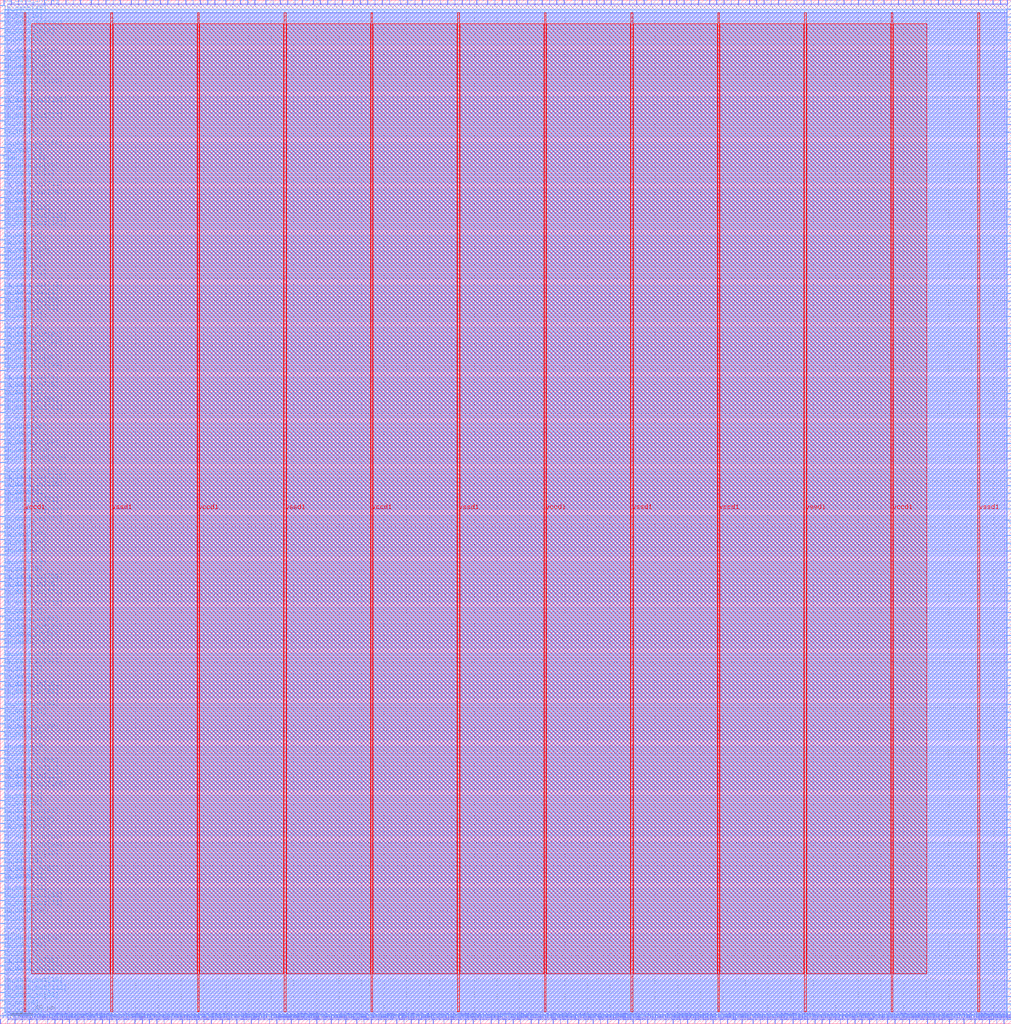
<source format=lef>
VERSION 5.7 ;
  NOWIREEXTENSIONATPIN ON ;
  DIVIDERCHAR "/" ;
  BUSBITCHARS "[]" ;
MACRO projtes
  CLASS BLOCK ;
  FOREIGN projtes ;
  ORIGIN 0.000 0.000 ;
  SIZE 895.350 BY 906.070 ;
  PIN io_in[0]
    DIRECTION INPUT ;
    USE SIGNAL ;
    PORT
      LAYER met3 ;
        RECT 891.350 380.840 895.350 381.440 ;
    END
  END io_in[0]
  PIN io_in[10]
    DIRECTION INPUT ;
    USE SIGNAL ;
    PORT
      LAYER met2 ;
        RECT 470.210 0.000 470.490 4.000 ;
    END
  END io_in[10]
  PIN io_in[11]
    DIRECTION INPUT ;
    USE SIGNAL ;
    PORT
      LAYER met2 ;
        RECT 425.130 0.000 425.410 4.000 ;
    END
  END io_in[11]
  PIN io_in[12]
    DIRECTION INPUT ;
    USE SIGNAL ;
    PORT
      LAYER met2 ;
        RECT 344.630 902.070 344.910 906.070 ;
    END
  END io_in[12]
  PIN io_in[13]
    DIRECTION INPUT ;
    USE SIGNAL ;
    PORT
      LAYER met2 ;
        RECT 740.690 902.070 740.970 906.070 ;
    END
  END io_in[13]
  PIN io_in[14]
    DIRECTION INPUT ;
    USE SIGNAL ;
    PORT
      LAYER met3 ;
        RECT 891.350 418.240 895.350 418.840 ;
    END
  END io_in[14]
  PIN io_in[15]
    DIRECTION INPUT ;
    USE SIGNAL ;
    PORT
      LAYER met3 ;
        RECT 891.350 663.040 895.350 663.640 ;
    END
  END io_in[15]
  PIN io_in[16]
    DIRECTION INPUT ;
    USE SIGNAL ;
    PORT
      LAYER met2 ;
        RECT 846.950 0.000 847.230 4.000 ;
    END
  END io_in[16]
  PIN io_in[17]
    DIRECTION INPUT ;
    USE SIGNAL ;
    PORT
      LAYER met3 ;
        RECT 891.350 217.640 895.350 218.240 ;
    END
  END io_in[17]
  PIN io_in[18]
    DIRECTION INPUT ;
    USE SIGNAL ;
    PORT
      LAYER met2 ;
        RECT 811.530 0.000 811.810 4.000 ;
    END
  END io_in[18]
  PIN io_in[19]
    DIRECTION INPUT ;
    USE SIGNAL ;
    PORT
      LAYER met2 ;
        RECT 599.010 902.070 599.290 906.070 ;
    END
  END io_in[19]
  PIN io_in[1]
    DIRECTION INPUT ;
    USE SIGNAL ;
    PORT
      LAYER met2 ;
        RECT 682.730 902.070 683.010 906.070 ;
    END
  END io_in[1]
  PIN io_in[20]
    DIRECTION INPUT ;
    USE SIGNAL ;
    PORT
      LAYER met2 ;
        RECT 550.710 902.070 550.990 906.070 ;
    END
  END io_in[20]
  PIN io_in[21]
    DIRECTION INPUT ;
    USE SIGNAL ;
    PORT
      LAYER met2 ;
        RECT 206.170 902.070 206.450 906.070 ;
    END
  END io_in[21]
  PIN io_in[22]
    DIRECTION INPUT ;
    USE SIGNAL ;
    PORT
      LAYER met2 ;
        RECT 293.110 0.000 293.390 4.000 ;
    END
  END io_in[22]
  PIN io_in[23]
    DIRECTION INPUT ;
    USE SIGNAL ;
    PORT
      LAYER met3 ;
        RECT 891.350 10.240 895.350 10.840 ;
    END
  END io_in[23]
  PIN io_in[24]
    DIRECTION INPUT ;
    USE SIGNAL ;
    PORT
      LAYER met2 ;
        RECT 164.310 902.070 164.590 906.070 ;
    END
  END io_in[24]
  PIN io_in[25]
    DIRECTION INPUT ;
    USE SIGNAL ;
    PORT
      LAYER met3 ;
        RECT 0.000 516.840 4.000 517.440 ;
    END
  END io_in[25]
  PIN io_in[26]
    DIRECTION INPUT ;
    USE SIGNAL ;
    PORT
      LAYER met3 ;
        RECT 891.350 877.240 895.350 877.840 ;
    END
  END io_in[26]
  PIN io_in[27]
    DIRECTION INPUT ;
    USE SIGNAL ;
    PORT
      LAYER met3 ;
        RECT 891.350 469.240 895.350 469.840 ;
    END
  END io_in[27]
  PIN io_in[28]
    DIRECTION INPUT ;
    USE SIGNAL ;
    PORT
      LAYER met2 ;
        RECT 51.610 902.070 51.890 906.070 ;
    END
  END io_in[28]
  PIN io_in[29]
    DIRECTION INPUT ;
    USE SIGNAL ;
    PORT
      LAYER met3 ;
        RECT 0.000 265.240 4.000 265.840 ;
    END
  END io_in[29]
  PIN io_in[2]
    DIRECTION INPUT ;
    USE SIGNAL ;
    PORT
      LAYER met3 ;
        RECT 0.000 792.240 4.000 792.840 ;
    END
  END io_in[2]
  PIN io_in[30]
    DIRECTION INPUT ;
    USE SIGNAL ;
    PORT
      LAYER met3 ;
        RECT 0.000 805.840 4.000 806.440 ;
    END
  END io_in[30]
  PIN io_in[31]
    DIRECTION INPUT ;
    USE SIGNAL ;
    PORT
      LAYER met3 ;
        RECT 0.000 785.440 4.000 786.040 ;
    END
  END io_in[31]
  PIN io_in[32]
    DIRECTION INPUT ;
    USE SIGNAL ;
    PORT
      LAYER met2 ;
        RECT 579.690 0.000 579.970 4.000 ;
    END
  END io_in[32]
  PIN io_in[33]
    DIRECTION INPUT ;
    USE SIGNAL ;
    PORT
      LAYER met2 ;
        RECT 528.170 902.070 528.450 906.070 ;
    END
  END io_in[33]
  PIN io_in[34]
    DIRECTION INPUT ;
    USE SIGNAL ;
    PORT
      LAYER met3 ;
        RECT 891.350 387.640 895.350 388.240 ;
    END
  END io_in[34]
  PIN io_in[35]
    DIRECTION INPUT ;
    USE SIGNAL ;
    PORT
      LAYER met3 ;
        RECT 891.350 166.640 895.350 167.240 ;
    END
  END io_in[35]
  PIN io_in[36]
    DIRECTION INPUT ;
    USE SIGNAL ;
    PORT
      LAYER met3 ;
        RECT 891.350 401.240 895.350 401.840 ;
    END
  END io_in[36]
  PIN io_in[37]
    DIRECTION INPUT ;
    USE SIGNAL ;
    PORT
      LAYER met2 ;
        RECT 830.850 902.070 831.130 906.070 ;
    END
  END io_in[37]
  PIN io_in[3]
    DIRECTION INPUT ;
    USE SIGNAL ;
    PORT
      LAYER met3 ;
        RECT 891.350 261.840 895.350 262.440 ;
    END
  END io_in[3]
  PIN io_in[4]
    DIRECTION INPUT ;
    USE SIGNAL ;
    PORT
      LAYER met3 ;
        RECT 0.000 88.440 4.000 89.040 ;
    END
  END io_in[4]
  PIN io_in[5]
    DIRECTION INPUT ;
    USE SIGNAL ;
    PORT
      LAYER met3 ;
        RECT 891.350 54.440 895.350 55.040 ;
    END
  END io_in[5]
  PIN io_in[6]
    DIRECTION INPUT ;
    USE SIGNAL ;
    PORT
      LAYER met2 ;
        RECT 251.250 0.000 251.530 4.000 ;
    END
  END io_in[6]
  PIN io_in[7]
    DIRECTION INPUT ;
    USE SIGNAL ;
    PORT
      LAYER met3 ;
        RECT 0.000 435.240 4.000 435.840 ;
    END
  END io_in[7]
  PIN io_in[8]
    DIRECTION INPUT ;
    USE SIGNAL ;
    PORT
      LAYER met2 ;
        RECT 692.390 0.000 692.670 4.000 ;
    END
  END io_in[8]
  PIN io_in[9]
    DIRECTION INPUT ;
    USE SIGNAL ;
    PORT
      LAYER met2 ;
        RECT 537.830 0.000 538.110 4.000 ;
    END
  END io_in[9]
  PIN io_oeb[0]
    DIRECTION OUTPUT TRISTATE ;
    USE SIGNAL ;
    PORT
      LAYER met2 ;
        RECT 116.010 902.070 116.290 906.070 ;
    END
  END io_oeb[0]
  PIN io_oeb[10]
    DIRECTION OUTPUT TRISTATE ;
    USE SIGNAL ;
    PORT
      LAYER met3 ;
        RECT 891.350 625.640 895.350 626.240 ;
    END
  END io_oeb[10]
  PIN io_oeb[11]
    DIRECTION OUTPUT TRISTATE ;
    USE SIGNAL ;
    PORT
      LAYER met3 ;
        RECT 0.000 867.040 4.000 867.640 ;
    END
  END io_oeb[11]
  PIN io_oeb[12]
    DIRECTION OUTPUT TRISTATE ;
    USE SIGNAL ;
    PORT
      LAYER met2 ;
        RECT 267.350 902.070 267.630 906.070 ;
    END
  END io_oeb[12]
  PIN io_oeb[13]
    DIRECTION OUTPUT TRISTATE ;
    USE SIGNAL ;
    PORT
      LAYER met2 ;
        RECT 731.030 902.070 731.310 906.070 ;
    END
  END io_oeb[13]
  PIN io_oeb[14]
    DIRECTION OUTPUT TRISTATE ;
    USE SIGNAL ;
    PORT
      LAYER met2 ;
        RECT 412.250 0.000 412.530 4.000 ;
    END
  END io_oeb[14]
  PIN io_oeb[15]
    DIRECTION OUTPUT TRISTATE ;
    USE SIGNAL ;
    PORT
      LAYER met3 ;
        RECT 891.350 363.840 895.350 364.440 ;
    END
  END io_oeb[15]
  PIN io_oeb[16]
    DIRECTION OUTPUT TRISTATE ;
    USE SIGNAL ;
    PORT
      LAYER met3 ;
        RECT 891.350 136.040 895.350 136.640 ;
    END
  END io_oeb[16]
  PIN io_oeb[17]
    DIRECTION OUTPUT TRISTATE ;
    USE SIGNAL ;
    PORT
      LAYER met2 ;
        RECT 892.030 902.070 892.310 906.070 ;
    END
  END io_oeb[17]
  PIN io_oeb[18]
    DIRECTION OUTPUT TRISTATE ;
    USE SIGNAL ;
    PORT
      LAYER met3 ;
        RECT 891.350 489.640 895.350 490.240 ;
    END
  END io_oeb[18]
  PIN io_oeb[19]
    DIRECTION OUTPUT TRISTATE ;
    USE SIGNAL ;
    PORT
      LAYER met3 ;
        RECT 0.000 397.840 4.000 398.440 ;
    END
  END io_oeb[19]
  PIN io_oeb[1]
    DIRECTION OUTPUT TRISTATE ;
    USE SIGNAL ;
    PORT
      LAYER met3 ;
        RECT 0.000 724.240 4.000 724.840 ;
    END
  END io_oeb[1]
  PIN io_oeb[20]
    DIRECTION OUTPUT TRISTATE ;
    USE SIGNAL ;
    PORT
      LAYER met2 ;
        RECT 792.210 0.000 792.490 4.000 ;
    END
  END io_oeb[20]
  PIN io_oeb[21]
    DIRECTION OUTPUT TRISTATE ;
    USE SIGNAL ;
    PORT
      LAYER met3 ;
        RECT 891.350 476.040 895.350 476.640 ;
    END
  END io_oeb[21]
  PIN io_oeb[22]
    DIRECTION OUTPUT TRISTATE ;
    USE SIGNAL ;
    PORT
      LAYER met2 ;
        RECT 615.110 0.000 615.390 4.000 ;
    END
  END io_oeb[22]
  PIN io_oeb[23]
    DIRECTION OUTPUT TRISTATE ;
    USE SIGNAL ;
    PORT
      LAYER met3 ;
        RECT 0.000 673.240 4.000 673.840 ;
    END
  END io_oeb[23]
  PIN io_oeb[24]
    DIRECTION OUTPUT TRISTATE ;
    USE SIGNAL ;
    PORT
      LAYER met2 ;
        RECT 872.710 902.070 872.990 906.070 ;
    END
  END io_oeb[24]
  PIN io_oeb[25]
    DIRECTION OUTPUT TRISTATE ;
    USE SIGNAL ;
    PORT
      LAYER met2 ;
        RECT 106.350 902.070 106.630 906.070 ;
    END
  END io_oeb[25]
  PIN io_oeb[26]
    DIRECTION OUTPUT TRISTATE ;
    USE SIGNAL ;
    PORT
      LAYER met2 ;
        RECT 795.430 902.070 795.710 906.070 ;
    END
  END io_oeb[26]
  PIN io_oeb[27]
    DIRECTION OUTPUT TRISTATE ;
    USE SIGNAL ;
    PORT
      LAYER met3 ;
        RECT 0.000 622.240 4.000 622.840 ;
    END
  END io_oeb[27]
  PIN io_oeb[28]
    DIRECTION OUTPUT TRISTATE ;
    USE SIGNAL ;
    PORT
      LAYER met2 ;
        RECT 125.670 0.000 125.950 4.000 ;
    END
  END io_oeb[28]
  PIN io_oeb[29]
    DIRECTION OUTPUT TRISTATE ;
    USE SIGNAL ;
    PORT
      LAYER met3 ;
        RECT 0.000 139.440 4.000 140.040 ;
    END
  END io_oeb[29]
  PIN io_oeb[2]
    DIRECTION OUTPUT TRISTATE ;
    USE SIGNAL ;
    PORT
      LAYER met2 ;
        RECT 444.450 902.070 444.730 906.070 ;
    END
  END io_oeb[2]
  PIN io_oeb[30]
    DIRECTION OUTPUT TRISTATE ;
    USE SIGNAL ;
    PORT
      LAYER met2 ;
        RECT 673.070 0.000 673.350 4.000 ;
    END
  END io_oeb[30]
  PIN io_oeb[31]
    DIRECTION OUTPUT TRISTATE ;
    USE SIGNAL ;
    PORT
      LAYER met2 ;
        RECT 322.090 0.000 322.370 4.000 ;
    END
  END io_oeb[31]
  PIN io_oeb[32]
    DIRECTION OUTPUT TRISTATE ;
    USE SIGNAL ;
    PORT
      LAYER met3 ;
        RECT 891.350 74.840 895.350 75.440 ;
    END
  END io_oeb[32]
  PIN io_oeb[33]
    DIRECTION OUTPUT TRISTATE ;
    USE SIGNAL ;
    PORT
      LAYER met3 ;
        RECT 0.000 693.640 4.000 694.240 ;
    END
  END io_oeb[33]
  PIN io_oeb[34]
    DIRECTION OUTPUT TRISTATE ;
    USE SIGNAL ;
    PORT
      LAYER met3 ;
        RECT 891.350 119.040 895.350 119.640 ;
    END
  END io_oeb[34]
  PIN io_oeb[35]
    DIRECTION OUTPUT TRISTATE ;
    USE SIGNAL ;
    PORT
      LAYER met3 ;
        RECT 891.350 306.040 895.350 306.640 ;
    END
  END io_oeb[35]
  PIN io_oeb[36]
    DIRECTION OUTPUT TRISTATE ;
    USE SIGNAL ;
    PORT
      LAYER met2 ;
        RECT 16.190 902.070 16.470 906.070 ;
    END
  END io_oeb[36]
  PIN io_oeb[37]
    DIRECTION OUTPUT TRISTATE ;
    USE SIGNAL ;
    PORT
      LAYER met3 ;
        RECT 891.350 231.240 895.350 231.840 ;
    END
  END io_oeb[37]
  PIN io_oeb[3]
    DIRECTION OUTPUT TRISTATE ;
    USE SIGNAL ;
    PORT
      LAYER met3 ;
        RECT 891.350 112.240 895.350 112.840 ;
    END
  END io_oeb[3]
  PIN io_oeb[4]
    DIRECTION OUTPUT TRISTATE ;
    USE SIGNAL ;
    PORT
      LAYER met2 ;
        RECT 711.710 902.070 711.990 906.070 ;
    END
  END io_oeb[4]
  PIN io_oeb[5]
    DIRECTION OUTPUT TRISTATE ;
    USE SIGNAL ;
    PORT
      LAYER met2 ;
        RECT 70.930 902.070 71.210 906.070 ;
    END
  END io_oeb[5]
  PIN io_oeb[6]
    DIRECTION OUTPUT TRISTATE ;
    USE SIGNAL ;
    PORT
      LAYER met3 ;
        RECT 0.000 13.640 4.000 14.240 ;
    END
  END io_oeb[6]
  PIN io_oeb[7]
    DIRECTION OUTPUT TRISTATE ;
    USE SIGNAL ;
    PORT
      LAYER met2 ;
        RECT 109.570 0.000 109.850 4.000 ;
    END
  END io_oeb[7]
  PIN io_oeb[8]
    DIRECTION OUTPUT TRISTATE ;
    USE SIGNAL ;
    PORT
      LAYER met3 ;
        RECT 0.000 819.440 4.000 820.040 ;
    END
  END io_oeb[8]
  PIN io_oeb[9]
    DIRECTION OUTPUT TRISTATE ;
    USE SIGNAL ;
    PORT
      LAYER met2 ;
        RECT 605.450 902.070 605.730 906.070 ;
    END
  END io_oeb[9]
  PIN io_out[0]
    DIRECTION OUTPUT TRISTATE ;
    USE SIGNAL ;
    PORT
      LAYER met3 ;
        RECT 891.350 23.840 895.350 24.440 ;
    END
  END io_out[0]
  PIN io_out[10]
    DIRECTION OUTPUT TRISTATE ;
    USE SIGNAL ;
    PORT
      LAYER met3 ;
        RECT 0.000 887.440 4.000 888.040 ;
    END
  END io_out[10]
  PIN io_out[11]
    DIRECTION OUTPUT TRISTATE ;
    USE SIGNAL ;
    PORT
      LAYER met2 ;
        RECT 763.230 0.000 763.510 4.000 ;
    END
  END io_out[11]
  PIN io_out[12]
    DIRECTION OUTPUT TRISTATE ;
    USE SIGNAL ;
    PORT
      LAYER met3 ;
        RECT 0.000 309.440 4.000 310.040 ;
    END
  END io_out[12]
  PIN io_out[13]
    DIRECTION OUTPUT TRISTATE ;
    USE SIGNAL ;
    PORT
      LAYER met2 ;
        RECT 167.530 0.000 167.810 4.000 ;
    END
  END io_out[13]
  PIN io_out[14]
    DIRECTION OUTPUT TRISTATE ;
    USE SIGNAL ;
    PORT
      LAYER met2 ;
        RECT 90.250 0.000 90.530 4.000 ;
    END
  END io_out[14]
  PIN io_out[15]
    DIRECTION OUTPUT TRISTATE ;
    USE SIGNAL ;
    PORT
      LAYER met2 ;
        RECT 161.090 0.000 161.370 4.000 ;
    END
  END io_out[15]
  PIN io_out[16]
    DIRECTION OUTPUT TRISTATE ;
    USE SIGNAL ;
    PORT
      LAYER met2 ;
        RECT 354.290 902.070 354.570 906.070 ;
    END
  END io_out[16]
  PIN io_out[17]
    DIRECTION OUTPUT TRISTATE ;
    USE SIGNAL ;
    PORT
      LAYER met2 ;
        RECT 573.250 0.000 573.530 4.000 ;
    END
  END io_out[17]
  PIN io_out[18]
    DIRECTION OUTPUT TRISTATE ;
    USE SIGNAL ;
    PORT
      LAYER met2 ;
        RECT 885.590 902.070 885.870 906.070 ;
    END
  END io_out[18]
  PIN io_out[19]
    DIRECTION OUTPUT TRISTATE ;
    USE SIGNAL ;
    PORT
      LAYER met2 ;
        RECT 248.030 902.070 248.310 906.070 ;
    END
  END io_out[19]
  PIN io_out[1]
    DIRECTION OUTPUT TRISTATE ;
    USE SIGNAL ;
    PORT
      LAYER met2 ;
        RECT 679.510 0.000 679.790 4.000 ;
    END
  END io_out[1]
  PIN io_out[20]
    DIRECTION OUTPUT TRISTATE ;
    USE SIGNAL ;
    PORT
      LAYER met2 ;
        RECT 515.290 902.070 515.570 906.070 ;
    END
  END io_out[20]
  PIN io_out[21]
    DIRECTION OUTPUT TRISTATE ;
    USE SIGNAL ;
    PORT
      LAYER met2 ;
        RECT 183.630 902.070 183.910 906.070 ;
    END
  END io_out[21]
  PIN io_out[22]
    DIRECTION OUTPUT TRISTATE ;
    USE SIGNAL ;
    PORT
      LAYER met3 ;
        RECT 891.350 238.040 895.350 238.640 ;
    END
  END io_out[22]
  PIN io_out[23]
    DIRECTION OUTPUT TRISTATE ;
    USE SIGNAL ;
    PORT
      LAYER met3 ;
        RECT 891.350 595.040 895.350 595.640 ;
    END
  END io_out[23]
  PIN io_out[24]
    DIRECTION OUTPUT TRISTATE ;
    USE SIGNAL ;
    PORT
      LAYER met2 ;
        RECT 434.790 0.000 435.070 4.000 ;
    END
  END io_out[24]
  PIN io_out[25]
    DIRECTION OUTPUT TRISTATE ;
    USE SIGNAL ;
    PORT
      LAYER met3 ;
        RECT 0.000 251.640 4.000 252.240 ;
    END
  END io_out[25]
  PIN io_out[26]
    DIRECTION OUTPUT TRISTATE ;
    USE SIGNAL ;
    PORT
      LAYER met3 ;
        RECT 0.000 190.440 4.000 191.040 ;
    END
  END io_out[26]
  PIN io_out[27]
    DIRECTION OUTPUT TRISTATE ;
    USE SIGNAL ;
    PORT
      LAYER met3 ;
        RECT 891.350 68.040 895.350 68.640 ;
    END
  END io_out[27]
  PIN io_out[28]
    DIRECTION OUTPUT TRISTATE ;
    USE SIGNAL ;
    PORT
      LAYER met2 ;
        RECT 190.070 902.070 190.350 906.070 ;
    END
  END io_out[28]
  PIN io_out[29]
    DIRECTION OUTPUT TRISTATE ;
    USE SIGNAL ;
    PORT
      LAYER met2 ;
        RECT 54.830 0.000 55.110 4.000 ;
    END
  END io_out[29]
  PIN io_out[2]
    DIRECTION OUTPUT TRISTATE ;
    USE SIGNAL ;
    PORT
      LAYER met3 ;
        RECT 0.000 57.840 4.000 58.440 ;
    END
  END io_out[2]
  PIN io_out[30]
    DIRECTION OUTPUT TRISTATE ;
    USE SIGNAL ;
    PORT
      LAYER met3 ;
        RECT 0.000 6.840 4.000 7.440 ;
    END
  END io_out[30]
  PIN io_out[31]
    DIRECTION OUTPUT TRISTATE ;
    USE SIGNAL ;
    PORT
      LAYER met3 ;
        RECT 891.350 816.040 895.350 816.640 ;
    END
  END io_out[31]
  PIN io_out[32]
    DIRECTION OUTPUT TRISTATE ;
    USE SIGNAL ;
    PORT
      LAYER met3 ;
        RECT 891.350 200.640 895.350 201.240 ;
    END
  END io_out[32]
  PIN io_out[33]
    DIRECTION OUTPUT TRISTATE ;
    USE SIGNAL ;
    PORT
      LAYER met3 ;
        RECT 0.000 554.240 4.000 554.840 ;
    END
  END io_out[33]
  PIN io_out[34]
    DIRECTION OUTPUT TRISTATE ;
    USE SIGNAL ;
    PORT
      LAYER met3 ;
        RECT 891.350 527.040 895.350 527.640 ;
    END
  END io_out[34]
  PIN io_out[35]
    DIRECTION OUTPUT TRISTATE ;
    USE SIGNAL ;
    PORT
      LAYER met2 ;
        RECT 373.610 902.070 373.890 906.070 ;
    END
  END io_out[35]
  PIN io_out[36]
    DIRECTION OUTPUT TRISTATE ;
    USE SIGNAL ;
    PORT
      LAYER met3 ;
        RECT 891.350 149.640 895.350 150.240 ;
    END
  END io_out[36]
  PIN io_out[37]
    DIRECTION OUTPUT TRISTATE ;
    USE SIGNAL ;
    PORT
      LAYER met3 ;
        RECT 891.350 714.040 895.350 714.640 ;
    END
  END io_out[37]
  PIN io_out[3]
    DIRECTION OUTPUT TRISTATE ;
    USE SIGNAL ;
    PORT
      LAYER met2 ;
        RECT 547.490 0.000 547.770 4.000 ;
    END
  END io_out[3]
  PIN io_out[4]
    DIRECTION OUTPUT TRISTATE ;
    USE SIGNAL ;
    PORT
      LAYER met3 ;
        RECT 0.000 78.240 4.000 78.840 ;
    END
  END io_out[4]
  PIN io_out[5]
    DIRECTION OUTPUT TRISTATE ;
    USE SIGNAL ;
    PORT
      LAYER met3 ;
        RECT 891.350 758.240 895.350 758.840 ;
    END
  END io_out[5]
  PIN io_out[6]
    DIRECTION OUTPUT TRISTATE ;
    USE SIGNAL ;
    PORT
      LAYER met3 ;
        RECT 0.000 530.440 4.000 531.040 ;
    END
  END io_out[6]
  PIN io_out[7]
    DIRECTION OUTPUT TRISTATE ;
    USE SIGNAL ;
    PORT
      LAYER met2 ;
        RECT 257.690 0.000 257.970 4.000 ;
    END
  END io_out[7]
  PIN io_out[8]
    DIRECTION OUTPUT TRISTATE ;
    USE SIGNAL ;
    PORT
      LAYER met3 ;
        RECT 0.000 302.640 4.000 303.240 ;
    END
  END io_out[8]
  PIN io_out[9]
    DIRECTION OUTPUT TRISTATE ;
    USE SIGNAL ;
    PORT
      LAYER met3 ;
        RECT 0.000 234.640 4.000 235.240 ;
    END
  END io_out[9]
  PIN la_data_in[0]
    DIRECTION INPUT ;
    USE SIGNAL ;
    PORT
      LAYER met3 ;
        RECT 0.000 873.840 4.000 874.440 ;
    END
  END la_data_in[0]
  PIN la_data_in[100]
    DIRECTION INPUT ;
    USE SIGNAL ;
    PORT
      LAYER met3 ;
        RECT 0.000 829.640 4.000 830.240 ;
    END
  END la_data_in[100]
  PIN la_data_in[101]
    DIRECTION INPUT ;
    USE SIGNAL ;
    PORT
      LAYER met3 ;
        RECT 0.000 295.840 4.000 296.440 ;
    END
  END la_data_in[101]
  PIN la_data_in[102]
    DIRECTION INPUT ;
    USE SIGNAL ;
    PORT
      LAYER met3 ;
        RECT 891.350 462.440 895.350 463.040 ;
    END
  END la_data_in[102]
  PIN la_data_in[103]
    DIRECTION INPUT ;
    USE SIGNAL ;
    PORT
      LAYER met3 ;
        RECT 891.350 802.440 895.350 803.040 ;
    END
  END la_data_in[103]
  PIN la_data_in[104]
    DIRECTION INPUT ;
    USE SIGNAL ;
    PORT
      LAYER met2 ;
        RECT 74.150 0.000 74.430 4.000 ;
    END
  END la_data_in[104]
  PIN la_data_in[105]
    DIRECTION INPUT ;
    USE SIGNAL ;
    PORT
      LAYER met2 ;
        RECT 840.510 0.000 840.790 4.000 ;
    END
  END la_data_in[105]
  PIN la_data_in[106]
    DIRECTION INPUT ;
    USE SIGNAL ;
    PORT
      LAYER met2 ;
        RECT 508.850 902.070 509.130 906.070 ;
    END
  END la_data_in[106]
  PIN la_data_in[107]
    DIRECTION INPUT ;
    USE SIGNAL ;
    PORT
      LAYER met2 ;
        RECT 534.610 902.070 534.890 906.070 ;
    END
  END la_data_in[107]
  PIN la_data_in[108]
    DIRECTION INPUT ;
    USE SIGNAL ;
    PORT
      LAYER met2 ;
        RECT 454.110 0.000 454.390 4.000 ;
    END
  END la_data_in[108]
  PIN la_data_in[109]
    DIRECTION INPUT ;
    USE SIGNAL ;
    PORT
      LAYER met3 ;
        RECT 891.350 632.440 895.350 633.040 ;
    END
  END la_data_in[109]
  PIN la_data_in[10]
    DIRECTION INPUT ;
    USE SIGNAL ;
    PORT
      LAYER met3 ;
        RECT 0.000 146.240 4.000 146.840 ;
    END
  END la_data_in[10]
  PIN la_data_in[110]
    DIRECTION INPUT ;
    USE SIGNAL ;
    PORT
      LAYER met3 ;
        RECT 0.000 880.640 4.000 881.240 ;
    END
  END la_data_in[110]
  PIN la_data_in[111]
    DIRECTION INPUT ;
    USE SIGNAL ;
    PORT
      LAYER met2 ;
        RECT 148.210 902.070 148.490 906.070 ;
    END
  END la_data_in[111]
  PIN la_data_in[112]
    DIRECTION INPUT ;
    USE SIGNAL ;
    PORT
      LAYER met2 ;
        RECT 151.430 0.000 151.710 4.000 ;
    END
  END la_data_in[112]
  PIN la_data_in[113]
    DIRECTION INPUT ;
    USE SIGNAL ;
    PORT
      LAYER met3 ;
        RECT 0.000 214.240 4.000 214.840 ;
    END
  END la_data_in[113]
  PIN la_data_in[114]
    DIRECTION INPUT ;
    USE SIGNAL ;
    PORT
      LAYER met2 ;
        RECT 202.950 0.000 203.230 4.000 ;
    END
  END la_data_in[114]
  PIN la_data_in[115]
    DIRECTION INPUT ;
    USE SIGNAL ;
    PORT
      LAYER met3 ;
        RECT 891.350 639.240 895.350 639.840 ;
    END
  END la_data_in[115]
  PIN la_data_in[116]
    DIRECTION INPUT ;
    USE SIGNAL ;
    PORT
      LAYER met2 ;
        RECT 644.090 0.000 644.370 4.000 ;
    END
  END la_data_in[116]
  PIN la_data_in[117]
    DIRECTION INPUT ;
    USE SIGNAL ;
    PORT
      LAYER met2 ;
        RECT 821.190 0.000 821.470 4.000 ;
    END
  END la_data_in[117]
  PIN la_data_in[118]
    DIRECTION INPUT ;
    USE SIGNAL ;
    PORT
      LAYER met2 ;
        RECT 260.910 902.070 261.190 906.070 ;
    END
  END la_data_in[118]
  PIN la_data_in[119]
    DIRECTION INPUT ;
    USE SIGNAL ;
    PORT
      LAYER met2 ;
        RECT 640.870 902.070 641.150 906.070 ;
    END
  END la_data_in[119]
  PIN la_data_in[11]
    DIRECTION INPUT ;
    USE SIGNAL ;
    PORT
      LAYER met3 ;
        RECT 891.350 499.840 895.350 500.440 ;
    END
  END la_data_in[11]
  PIN la_data_in[120]
    DIRECTION INPUT ;
    USE SIGNAL ;
    PORT
      LAYER met2 ;
        RECT 724.590 902.070 724.870 906.070 ;
    END
  END la_data_in[120]
  PIN la_data_in[121]
    DIRECTION INPUT ;
    USE SIGNAL ;
    PORT
      LAYER met3 ;
        RECT 0.000 442.040 4.000 442.640 ;
    END
  END la_data_in[121]
  PIN la_data_in[122]
    DIRECTION INPUT ;
    USE SIGNAL ;
    PORT
      LAYER met3 ;
        RECT 891.350 513.440 895.350 514.040 ;
    END
  END la_data_in[122]
  PIN la_data_in[123]
    DIRECTION INPUT ;
    USE SIGNAL ;
    PORT
      LAYER met2 ;
        RECT 492.750 902.070 493.030 906.070 ;
    END
  END la_data_in[123]
  PIN la_data_in[124]
    DIRECTION INPUT ;
    USE SIGNAL ;
    PORT
      LAYER met2 ;
        RECT 132.110 0.000 132.390 4.000 ;
    END
  END la_data_in[124]
  PIN la_data_in[125]
    DIRECTION INPUT ;
    USE SIGNAL ;
    PORT
      LAYER met2 ;
        RECT 834.070 0.000 834.350 4.000 ;
    END
  END la_data_in[125]
  PIN la_data_in[126]
    DIRECTION INPUT ;
    USE SIGNAL ;
    PORT
      LAYER met3 ;
        RECT 0.000 472.640 4.000 473.240 ;
    END
  END la_data_in[126]
  PIN la_data_in[127]
    DIRECTION INPUT ;
    USE SIGNAL ;
    PORT
      LAYER met3 ;
        RECT 0.000 44.240 4.000 44.840 ;
    END
  END la_data_in[127]
  PIN la_data_in[12]
    DIRECTION INPUT ;
    USE SIGNAL ;
    PORT
      LAYER met3 ;
        RECT 891.350 544.040 895.350 544.640 ;
    END
  END la_data_in[12]
  PIN la_data_in[13]
    DIRECTION INPUT ;
    USE SIGNAL ;
    PORT
      LAYER met2 ;
        RECT 669.850 902.070 670.130 906.070 ;
    END
  END la_data_in[13]
  PIN la_data_in[14]
    DIRECTION INPUT ;
    USE SIGNAL ;
    PORT
      LAYER met2 ;
        RECT 3.310 902.070 3.590 906.070 ;
    END
  END la_data_in[14]
  PIN la_data_in[15]
    DIRECTION INPUT ;
    USE SIGNAL ;
    PORT
      LAYER met3 ;
        RECT 891.350 91.840 895.350 92.440 ;
    END
  END la_data_in[15]
  PIN la_data_in[16]
    DIRECTION INPUT ;
    USE SIGNAL ;
    PORT
      LAYER met2 ;
        RECT 180.410 0.000 180.690 4.000 ;
    END
  END la_data_in[16]
  PIN la_data_in[17]
    DIRECTION INPUT ;
    USE SIGNAL ;
    PORT
      LAYER met3 ;
        RECT 891.350 697.040 895.350 697.640 ;
    END
  END la_data_in[17]
  PIN la_data_in[18]
    DIRECTION INPUT ;
    USE SIGNAL ;
    PORT
      LAYER met3 ;
        RECT 0.000 561.040 4.000 561.640 ;
    END
  END la_data_in[18]
  PIN la_data_in[19]
    DIRECTION INPUT ;
    USE SIGNAL ;
    PORT
      LAYER met3 ;
        RECT 891.350 292.440 895.350 293.040 ;
    END
  END la_data_in[19]
  PIN la_data_in[1]
    DIRECTION INPUT ;
    USE SIGNAL ;
    PORT
      LAYER met3 ;
        RECT 0.000 748.040 4.000 748.640 ;
    END
  END la_data_in[1]
  PIN la_data_in[20]
    DIRECTION INPUT ;
    USE SIGNAL ;
    PORT
      LAYER met2 ;
        RECT 875.930 0.000 876.210 4.000 ;
    END
  END la_data_in[20]
  PIN la_data_in[21]
    DIRECTION INPUT ;
    USE SIGNAL ;
    PORT
      LAYER met3 ;
        RECT 891.350 778.640 895.350 779.240 ;
    END
  END la_data_in[21]
  PIN la_data_in[22]
    DIRECTION INPUT ;
    USE SIGNAL ;
    PORT
      LAYER met3 ;
        RECT 891.350 350.240 895.350 350.840 ;
    END
  END la_data_in[22]
  PIN la_data_in[23]
    DIRECTION INPUT ;
    USE SIGNAL ;
    PORT
      LAYER met2 ;
        RECT 12.970 0.000 13.250 4.000 ;
    END
  END la_data_in[23]
  PIN la_data_in[24]
    DIRECTION INPUT ;
    USE SIGNAL ;
    PORT
      LAYER met2 ;
        RECT 244.810 0.000 245.090 4.000 ;
    END
  END la_data_in[24]
  PIN la_data_in[25]
    DIRECTION INPUT ;
    USE SIGNAL ;
    PORT
      LAYER met2 ;
        RECT 80.590 902.070 80.870 906.070 ;
    END
  END la_data_in[25]
  PIN la_data_in[26]
    DIRECTION INPUT ;
    USE SIGNAL ;
    PORT
      LAYER met3 ;
        RECT 891.350 809.240 895.350 809.840 ;
    END
  END la_data_in[26]
  PIN la_data_in[27]
    DIRECTION INPUT ;
    USE SIGNAL ;
    PORT
      LAYER met2 ;
        RECT 666.630 0.000 666.910 4.000 ;
    END
  END la_data_in[27]
  PIN la_data_in[28]
    DIRECTION INPUT ;
    USE SIGNAL ;
    PORT
      LAYER met3 ;
        RECT 891.350 85.040 895.350 85.640 ;
    END
  END la_data_in[28]
  PIN la_data_in[29]
    DIRECTION INPUT ;
    USE SIGNAL ;
    PORT
      LAYER met3 ;
        RECT 0.000 510.040 4.000 510.640 ;
    END
  END la_data_in[29]
  PIN la_data_in[2]
    DIRECTION INPUT ;
    USE SIGNAL ;
    PORT
      LAYER met2 ;
        RECT 798.650 0.000 798.930 4.000 ;
    END
  END la_data_in[2]
  PIN la_data_in[30]
    DIRECTION INPUT ;
    USE SIGNAL ;
    PORT
      LAYER met2 ;
        RECT 209.390 0.000 209.670 4.000 ;
    END
  END la_data_in[30]
  PIN la_data_in[31]
    DIRECTION INPUT ;
    USE SIGNAL ;
    PORT
      LAYER met3 ;
        RECT 0.000 183.640 4.000 184.240 ;
    END
  END la_data_in[31]
  PIN la_data_in[32]
    DIRECTION INPUT ;
    USE SIGNAL ;
    PORT
      LAYER met2 ;
        RECT 370.390 0.000 370.670 4.000 ;
    END
  END la_data_in[32]
  PIN la_data_in[33]
    DIRECTION INPUT ;
    USE SIGNAL ;
    PORT
      LAYER met2 ;
        RECT 225.490 902.070 225.770 906.070 ;
    END
  END la_data_in[33]
  PIN la_data_in[34]
    DIRECTION INPUT ;
    USE SIGNAL ;
    PORT
      LAYER met3 ;
        RECT 0.000 221.040 4.000 221.640 ;
    END
  END la_data_in[34]
  PIN la_data_in[35]
    DIRECTION INPUT ;
    USE SIGNAL ;
    PORT
      LAYER met3 ;
        RECT 891.350 61.240 895.350 61.840 ;
    END
  END la_data_in[35]
  PIN la_data_in[36]
    DIRECTION INPUT ;
    USE SIGNAL ;
    PORT
      LAYER met3 ;
        RECT 891.350 431.840 895.350 432.440 ;
    END
  END la_data_in[36]
  PIN la_data_in[37]
    DIRECTION INPUT ;
    USE SIGNAL ;
    PORT
      LAYER met3 ;
        RECT 0.000 584.840 4.000 585.440 ;
    END
  END la_data_in[37]
  PIN la_data_in[38]
    DIRECTION INPUT ;
    USE SIGNAL ;
    PORT
      LAYER met3 ;
        RECT 0.000 51.040 4.000 51.640 ;
    END
  END la_data_in[38]
  PIN la_data_in[39]
    DIRECTION INPUT ;
    USE SIGNAL ;
    PORT
      LAYER met2 ;
        RECT 58.050 902.070 58.330 906.070 ;
    END
  END la_data_in[39]
  PIN la_data_in[3]
    DIRECTION INPUT ;
    USE SIGNAL ;
    PORT
      LAYER met2 ;
        RECT 296.330 902.070 296.610 906.070 ;
    END
  END la_data_in[3]
  PIN la_data_in[40]
    DIRECTION INPUT ;
    USE SIGNAL ;
    PORT
      LAYER met2 ;
        RECT 277.010 902.070 277.290 906.070 ;
    END
  END la_data_in[40]
  PIN la_data_in[41]
    DIRECTION INPUT ;
    USE SIGNAL ;
    PORT
      LAYER met3 ;
        RECT 891.350 445.440 895.350 446.040 ;
    END
  END la_data_in[41]
  PIN la_data_in[42]
    DIRECTION INPUT ;
    USE SIGNAL ;
    PORT
      LAYER met3 ;
        RECT 891.350 564.440 895.350 565.040 ;
    END
  END la_data_in[42]
  PIN la_data_in[43]
    DIRECTION INPUT ;
    USE SIGNAL ;
    PORT
      LAYER met2 ;
        RECT 460.550 0.000 460.830 4.000 ;
    END
  END la_data_in[43]
  PIN la_data_in[44]
    DIRECTION INPUT ;
    USE SIGNAL ;
    PORT
      LAYER met3 ;
        RECT 891.350 129.240 895.350 129.840 ;
    END
  END la_data_in[44]
  PIN la_data_in[45]
    DIRECTION INPUT ;
    USE SIGNAL ;
    PORT
      LAYER met3 ;
        RECT 891.350 30.640 895.350 31.240 ;
    END
  END la_data_in[45]
  PIN la_data_in[46]
    DIRECTION INPUT ;
    USE SIGNAL ;
    PORT
      LAYER met3 ;
        RECT 0.000 384.240 4.000 384.840 ;
    END
  END la_data_in[46]
  PIN la_data_in[47]
    DIRECTION INPUT ;
    USE SIGNAL ;
    PORT
      LAYER met2 ;
        RECT 299.550 0.000 299.830 4.000 ;
    END
  END la_data_in[47]
  PIN la_data_in[48]
    DIRECTION INPUT ;
    USE SIGNAL ;
    PORT
      LAYER met2 ;
        RECT 879.150 902.070 879.430 906.070 ;
    END
  END la_data_in[48]
  PIN la_data_in[49]
    DIRECTION INPUT ;
    USE SIGNAL ;
    PORT
      LAYER met2 ;
        RECT 817.970 902.070 818.250 906.070 ;
    END
  END la_data_in[49]
  PIN la_data_in[4]
    DIRECTION INPUT ;
    USE SIGNAL ;
    PORT
      LAYER met2 ;
        RECT 103.130 0.000 103.410 4.000 ;
    END
  END la_data_in[4]
  PIN la_data_in[50]
    DIRECTION INPUT ;
    USE SIGNAL ;
    PORT
      LAYER met3 ;
        RECT 891.350 520.240 895.350 520.840 ;
    END
  END la_data_in[50]
  PIN la_data_in[51]
    DIRECTION INPUT ;
    USE SIGNAL ;
    PORT
      LAYER met2 ;
        RECT 785.770 0.000 786.050 4.000 ;
    END
  END la_data_in[51]
  PIN la_data_in[52]
    DIRECTION INPUT ;
    USE SIGNAL ;
    PORT
      LAYER met2 ;
        RECT 315.650 0.000 315.930 4.000 ;
    END
  END la_data_in[52]
  PIN la_data_in[53]
    DIRECTION INPUT ;
    USE SIGNAL ;
    PORT
      LAYER met3 ;
        RECT 0.000 353.640 4.000 354.240 ;
    END
  END la_data_in[53]
  PIN la_data_in[54]
    DIRECTION INPUT ;
    USE SIGNAL ;
    PORT
      LAYER met2 ;
        RECT 563.590 902.070 563.870 906.070 ;
    END
  END la_data_in[54]
  PIN la_data_in[55]
    DIRECTION INPUT ;
    USE SIGNAL ;
    PORT
      LAYER met3 ;
        RECT 0.000 227.840 4.000 228.440 ;
    END
  END la_data_in[55]
  PIN la_data_in[56]
    DIRECTION INPUT ;
    USE SIGNAL ;
    PORT
      LAYER met2 ;
        RECT 656.970 0.000 657.250 4.000 ;
    END
  END la_data_in[56]
  PIN la_data_in[57]
    DIRECTION INPUT ;
    USE SIGNAL ;
    PORT
      LAYER met3 ;
        RECT 891.350 571.240 895.350 571.840 ;
    END
  END la_data_in[57]
  PIN la_data_in[58]
    DIRECTION INPUT ;
    USE SIGNAL ;
    PORT
      LAYER met3 ;
        RECT 0.000 340.040 4.000 340.640 ;
    END
  END la_data_in[58]
  PIN la_data_in[59]
    DIRECTION INPUT ;
    USE SIGNAL ;
    PORT
      LAYER met3 ;
        RECT 0.000 289.040 4.000 289.640 ;
    END
  END la_data_in[59]
  PIN la_data_in[5]
    DIRECTION INPUT ;
    USE SIGNAL ;
    PORT
      LAYER met2 ;
        RECT 328.530 0.000 328.810 4.000 ;
    END
  END la_data_in[5]
  PIN la_data_in[60]
    DIRECTION INPUT ;
    USE SIGNAL ;
    PORT
      LAYER met2 ;
        RECT 367.170 902.070 367.450 906.070 ;
    END
  END la_data_in[60]
  PIN la_data_in[61]
    DIRECTION INPUT ;
    USE SIGNAL ;
    PORT
      LAYER met2 ;
        RECT 389.710 902.070 389.990 906.070 ;
    END
  END la_data_in[61]
  PIN la_data_in[62]
    DIRECTION INPUT ;
    USE SIGNAL ;
    PORT
      LAYER met3 ;
        RECT 0.000 132.640 4.000 133.240 ;
    END
  END la_data_in[62]
  PIN la_data_in[63]
    DIRECTION INPUT ;
    USE SIGNAL ;
    PORT
      LAYER met2 ;
        RECT 22.630 902.070 22.910 906.070 ;
    END
  END la_data_in[63]
  PIN la_data_in[64]
    DIRECTION INPUT ;
    USE SIGNAL ;
    PORT
      LAYER met3 ;
        RECT 0.000 547.440 4.000 548.040 ;
    END
  END la_data_in[64]
  PIN la_data_in[65]
    DIRECTION INPUT ;
    USE SIGNAL ;
    PORT
      LAYER met3 ;
        RECT 0.000 278.840 4.000 279.440 ;
    END
  END la_data_in[65]
  PIN la_data_in[66]
    DIRECTION INPUT ;
    USE SIGNAL ;
    PORT
      LAYER met2 ;
        RECT 824.410 902.070 824.690 906.070 ;
    END
  END la_data_in[66]
  PIN la_data_in[67]
    DIRECTION INPUT ;
    USE SIGNAL ;
    PORT
      LAYER met2 ;
        RECT 325.310 902.070 325.590 906.070 ;
    END
  END la_data_in[67]
  PIN la_data_in[68]
    DIRECTION INPUT ;
    USE SIGNAL ;
    PORT
      LAYER met3 ;
        RECT 891.350 884.040 895.350 884.640 ;
    END
  END la_data_in[68]
  PIN la_data_in[69]
    DIRECTION INPUT ;
    USE SIGNAL ;
    PORT
      LAYER met2 ;
        RECT 421.910 902.070 422.190 906.070 ;
    END
  END la_data_in[69]
  PIN la_data_in[6]
    DIRECTION INPUT ;
    USE SIGNAL ;
    PORT
      LAYER met2 ;
        RECT 383.270 0.000 383.550 4.000 ;
    END
  END la_data_in[6]
  PIN la_data_in[70]
    DIRECTION INPUT ;
    USE SIGNAL ;
    PORT
      LAYER met2 ;
        RECT 521.730 902.070 522.010 906.070 ;
    END
  END la_data_in[70]
  PIN la_data_in[71]
    DIRECTION INPUT ;
    USE SIGNAL ;
    PORT
      LAYER met2 ;
        RECT 283.450 902.070 283.730 906.070 ;
    END
  END la_data_in[71]
  PIN la_data_in[72]
    DIRECTION INPUT ;
    USE SIGNAL ;
    PORT
      LAYER met2 ;
        RECT 541.050 902.070 541.330 906.070 ;
    END
  END la_data_in[72]
  PIN la_data_in[73]
    DIRECTION INPUT ;
    USE SIGNAL ;
    PORT
      LAYER met2 ;
        RECT 837.290 902.070 837.570 906.070 ;
    END
  END la_data_in[73]
  PIN la_data_in[74]
    DIRECTION INPUT ;
    USE SIGNAL ;
    PORT
      LAYER met3 ;
        RECT 0.000 901.040 4.000 901.640 ;
    END
  END la_data_in[74]
  PIN la_data_in[75]
    DIRECTION INPUT ;
    USE SIGNAL ;
    PORT
      LAYER met2 ;
        RECT 415.470 902.070 415.750 906.070 ;
    END
  END la_data_in[75]
  PIN la_data_in[76]
    DIRECTION INPUT ;
    USE SIGNAL ;
    PORT
      LAYER met2 ;
        RECT 338.190 902.070 338.470 906.070 ;
    END
  END la_data_in[76]
  PIN la_data_in[77]
    DIRECTION INPUT ;
    USE SIGNAL ;
    PORT
      LAYER met3 ;
        RECT 0.000 754.840 4.000 755.440 ;
    END
  END la_data_in[77]
  PIN la_data_in[78]
    DIRECTION INPUT ;
    USE SIGNAL ;
    PORT
      LAYER met2 ;
        RECT 866.270 902.070 866.550 906.070 ;
    END
  END la_data_in[78]
  PIN la_data_in[79]
    DIRECTION INPUT ;
    USE SIGNAL ;
    PORT
      LAYER met2 ;
        RECT 376.830 0.000 377.110 4.000 ;
    END
  END la_data_in[79]
  PIN la_data_in[7]
    DIRECTION INPUT ;
    USE SIGNAL ;
    PORT
      LAYER met3 ;
        RECT 891.350 870.440 895.350 871.040 ;
    END
  END la_data_in[7]
  PIN la_data_in[80]
    DIRECTION INPUT ;
    USE SIGNAL ;
    PORT
      LAYER met2 ;
        RECT 808.310 902.070 808.590 906.070 ;
    END
  END la_data_in[80]
  PIN la_data_in[81]
    DIRECTION INPUT ;
    USE SIGNAL ;
    PORT
      LAYER met3 ;
        RECT 0.000 459.040 4.000 459.640 ;
    END
  END la_data_in[81]
  PIN la_data_in[82]
    DIRECTION INPUT ;
    USE SIGNAL ;
    PORT
      LAYER met3 ;
        RECT 0.000 629.040 4.000 629.640 ;
    END
  END la_data_in[82]
  PIN la_data_in[83]
    DIRECTION INPUT ;
    USE SIGNAL ;
    PORT
      LAYER met2 ;
        RECT 199.730 902.070 200.010 906.070 ;
    END
  END la_data_in[83]
  PIN la_data_in[84]
    DIRECTION INPUT ;
    USE SIGNAL ;
    PORT
      LAYER met2 ;
        RECT 631.210 0.000 631.490 4.000 ;
    END
  END la_data_in[84]
  PIN la_data_in[85]
    DIRECTION INPUT ;
    USE SIGNAL ;
    PORT
      LAYER met3 ;
        RECT 891.350 224.440 895.350 225.040 ;
    END
  END la_data_in[85]
  PIN la_data_in[86]
    DIRECTION INPUT ;
    USE SIGNAL ;
    PORT
      LAYER met2 ;
        RECT 882.370 0.000 882.650 4.000 ;
    END
  END la_data_in[86]
  PIN la_data_in[87]
    DIRECTION INPUT ;
    USE SIGNAL ;
    PORT
      LAYER met2 ;
        RECT 380.050 902.070 380.330 906.070 ;
    END
  END la_data_in[87]
  PIN la_data_in[88]
    DIRECTION INPUT ;
    USE SIGNAL ;
    PORT
      LAYER met2 ;
        RECT 351.070 0.000 351.350 4.000 ;
    END
  END la_data_in[88]
  PIN la_data_in[89]
    DIRECTION INPUT ;
    USE SIGNAL ;
    PORT
      LAYER met3 ;
        RECT 0.000 258.440 4.000 259.040 ;
    END
  END la_data_in[89]
  PIN la_data_in[8]
    DIRECTION INPUT ;
    USE SIGNAL ;
    PORT
      LAYER met3 ;
        RECT 0.000 176.840 4.000 177.440 ;
    END
  END la_data_in[8]
  PIN la_data_in[90]
    DIRECTION INPUT ;
    USE SIGNAL ;
    PORT
      LAYER met2 ;
        RECT 499.190 902.070 499.470 906.070 ;
    END
  END la_data_in[90]
  PIN la_data_in[91]
    DIRECTION INPUT ;
    USE SIGNAL ;
    PORT
      LAYER met2 ;
        RECT 392.930 0.000 393.210 4.000 ;
    END
  END la_data_in[91]
  PIN la_data_in[92]
    DIRECTION INPUT ;
    USE SIGNAL ;
    PORT
      LAYER met2 ;
        RECT 473.430 902.070 473.710 906.070 ;
    END
  END la_data_in[92]
  PIN la_data_in[93]
    DIRECTION INPUT ;
    USE SIGNAL ;
    PORT
      LAYER met3 ;
        RECT 0.000 316.240 4.000 316.840 ;
    END
  END la_data_in[93]
  PIN la_data_in[94]
    DIRECTION INPUT ;
    USE SIGNAL ;
    PORT
      LAYER met2 ;
        RECT 753.570 902.070 753.850 906.070 ;
    END
  END la_data_in[94]
  PIN la_data_in[95]
    DIRECTION INPUT ;
    USE SIGNAL ;
    PORT
      LAYER met3 ;
        RECT 891.350 268.640 895.350 269.240 ;
    END
  END la_data_in[95]
  PIN la_data_in[96]
    DIRECTION INPUT ;
    USE SIGNAL ;
    PORT
      LAYER met2 ;
        RECT 363.950 0.000 364.230 4.000 ;
    END
  END la_data_in[96]
  PIN la_data_in[97]
    DIRECTION INPUT ;
    USE SIGNAL ;
    PORT
      LAYER met2 ;
        RECT 805.090 0.000 805.370 4.000 ;
    END
  END la_data_in[97]
  PIN la_data_in[98]
    DIRECTION INPUT ;
    USE SIGNAL ;
    PORT
      LAYER met3 ;
        RECT 0.000 20.440 4.000 21.040 ;
    END
  END la_data_in[98]
  PIN la_data_in[99]
    DIRECTION INPUT ;
    USE SIGNAL ;
    PORT
      LAYER met3 ;
        RECT 891.350 3.440 895.350 4.040 ;
    END
  END la_data_in[99]
  PIN la_data_in[9]
    DIRECTION INPUT ;
    USE SIGNAL ;
    PORT
      LAYER met2 ;
        RECT 318.870 902.070 319.150 906.070 ;
    END
  END la_data_in[9]
  PIN la_data_out[0]
    DIRECTION OUTPUT TRISTATE ;
    USE SIGNAL ;
    PORT
      LAYER met3 ;
        RECT 0.000 567.840 4.000 568.440 ;
    END
  END la_data_out[0]
  PIN la_data_out[100]
    DIRECTION OUTPUT TRISTATE ;
    USE SIGNAL ;
    PORT
      LAYER met2 ;
        RECT 157.870 902.070 158.150 906.070 ;
    END
  END la_data_out[100]
  PIN la_data_out[101]
    DIRECTION OUTPUT TRISTATE ;
    USE SIGNAL ;
    PORT
      LAYER met3 ;
        RECT 0.000 731.040 4.000 731.640 ;
    END
  END la_data_out[101]
  PIN la_data_out[102]
    DIRECTION OUTPUT TRISTATE ;
    USE SIGNAL ;
    PORT
      LAYER met3 ;
        RECT 0.000 703.840 4.000 704.440 ;
    END
  END la_data_out[102]
  PIN la_data_out[103]
    DIRECTION OUTPUT TRISTATE ;
    USE SIGNAL ;
    PORT
      LAYER met2 ;
        RECT 608.670 0.000 608.950 4.000 ;
    END
  END la_data_out[103]
  PIN la_data_out[104]
    DIRECTION OUTPUT TRISTATE ;
    USE SIGNAL ;
    PORT
      LAYER met3 ;
        RECT 891.350 550.840 895.350 551.440 ;
    END
  END la_data_out[104]
  PIN la_data_out[105]
    DIRECTION OUTPUT TRISTATE ;
    USE SIGNAL ;
    PORT
      LAYER met3 ;
        RECT 0.000 207.440 4.000 208.040 ;
    END
  END la_data_out[105]
  PIN la_data_out[106]
    DIRECTION OUTPUT TRISTATE ;
    USE SIGNAL ;
    PORT
      LAYER met3 ;
        RECT 0.000 496.440 4.000 497.040 ;
    END
  END la_data_out[106]
  PIN la_data_out[107]
    DIRECTION OUTPUT TRISTATE ;
    USE SIGNAL ;
    PORT
      LAYER met3 ;
        RECT 891.350 255.040 895.350 255.640 ;
    END
  END la_data_out[107]
  PIN la_data_out[108]
    DIRECTION OUTPUT TRISTATE ;
    USE SIGNAL ;
    PORT
      LAYER met3 ;
        RECT 0.000 812.640 4.000 813.240 ;
    END
  END la_data_out[108]
  PIN la_data_out[109]
    DIRECTION OUTPUT TRISTATE ;
    USE SIGNAL ;
    PORT
      LAYER met2 ;
        RECT 476.650 0.000 476.930 4.000 ;
    END
  END la_data_out[109]
  PIN la_data_out[10]
    DIRECTION OUTPUT TRISTATE ;
    USE SIGNAL ;
    PORT
      LAYER met3 ;
        RECT 0.000 34.040 4.000 34.640 ;
    END
  END la_data_out[10]
  PIN la_data_out[110]
    DIRECTION OUTPUT TRISTATE ;
    USE SIGNAL ;
    PORT
      LAYER met2 ;
        RECT 843.730 902.070 844.010 906.070 ;
    END
  END la_data_out[110]
  PIN la_data_out[111]
    DIRECTION OUTPUT TRISTATE ;
    USE SIGNAL ;
    PORT
      LAYER met2 ;
        RECT 689.170 902.070 689.450 906.070 ;
    END
  END la_data_out[111]
  PIN la_data_out[112]
    DIRECTION OUTPUT TRISTATE ;
    USE SIGNAL ;
    PORT
      LAYER met3 ;
        RECT 0.000 27.240 4.000 27.840 ;
    END
  END la_data_out[112]
  PIN la_data_out[113]
    DIRECTION OUTPUT TRISTATE ;
    USE SIGNAL ;
    PORT
      LAYER met3 ;
        RECT 891.350 765.040 895.350 765.640 ;
    END
  END la_data_out[113]
  PIN la_data_out[114]
    DIRECTION OUTPUT TRISTATE ;
    USE SIGNAL ;
    PORT
      LAYER met2 ;
        RECT 302.770 902.070 303.050 906.070 ;
    END
  END la_data_out[114]
  PIN la_data_out[115]
    DIRECTION OUTPUT TRISTATE ;
    USE SIGNAL ;
    PORT
      LAYER met3 ;
        RECT 891.350 601.840 895.350 602.440 ;
    END
  END la_data_out[115]
  PIN la_data_out[116]
    DIRECTION OUTPUT TRISTATE ;
    USE SIGNAL ;
    PORT
      LAYER met3 ;
        RECT 0.000 710.640 4.000 711.240 ;
    END
  END la_data_out[116]
  PIN la_data_out[117]
    DIRECTION OUTPUT TRISTATE ;
    USE SIGNAL ;
    PORT
      LAYER met2 ;
        RECT 570.030 902.070 570.310 906.070 ;
    END
  END la_data_out[117]
  PIN la_data_out[118]
    DIRECTION OUTPUT TRISTATE ;
    USE SIGNAL ;
    PORT
      LAYER met3 ;
        RECT 891.350 771.840 895.350 772.440 ;
    END
  END la_data_out[118]
  PIN la_data_out[119]
    DIRECTION OUTPUT TRISTATE ;
    USE SIGNAL ;
    PORT
      LAYER met2 ;
        RECT 431.570 902.070 431.850 906.070 ;
    END
  END la_data_out[119]
  PIN la_data_out[11]
    DIRECTION OUTPUT TRISTATE ;
    USE SIGNAL ;
    PORT
      LAYER met2 ;
        RECT 769.670 0.000 769.950 4.000 ;
    END
  END la_data_out[11]
  PIN la_data_out[120]
    DIRECTION OUTPUT TRISTATE ;
    USE SIGNAL ;
    PORT
      LAYER met2 ;
        RECT 341.410 0.000 341.690 4.000 ;
    END
  END la_data_out[120]
  PIN la_data_out[121]
    DIRECTION OUTPUT TRISTATE ;
    USE SIGNAL ;
    PORT
      LAYER met2 ;
        RECT 405.810 0.000 406.090 4.000 ;
    END
  END la_data_out[121]
  PIN la_data_out[122]
    DIRECTION OUTPUT TRISTATE ;
    USE SIGNAL ;
    PORT
      LAYER met3 ;
        RECT 891.350 646.040 895.350 646.640 ;
    END
  END la_data_out[122]
  PIN la_data_out[123]
    DIRECTION OUTPUT TRISTATE ;
    USE SIGNAL ;
    PORT
      LAYER met2 ;
        RECT 402.590 902.070 402.870 906.070 ;
    END
  END la_data_out[123]
  PIN la_data_out[124]
    DIRECTION OUTPUT TRISTATE ;
    USE SIGNAL ;
    PORT
      LAYER met3 ;
        RECT 891.350 795.640 895.350 796.240 ;
    END
  END la_data_out[124]
  PIN la_data_out[125]
    DIRECTION OUTPUT TRISTATE ;
    USE SIGNAL ;
    PORT
      LAYER met3 ;
        RECT 0.000 479.440 4.000 480.040 ;
    END
  END la_data_out[125]
  PIN la_data_out[126]
    DIRECTION OUTPUT TRISTATE ;
    USE SIGNAL ;
    PORT
      LAYER met3 ;
        RECT 891.350 326.440 895.350 327.040 ;
    END
  END la_data_out[126]
  PIN la_data_out[127]
    DIRECTION OUTPUT TRISTATE ;
    USE SIGNAL ;
    PORT
      LAYER met2 ;
        RECT 560.370 0.000 560.650 4.000 ;
    END
  END la_data_out[127]
  PIN la_data_out[12]
    DIRECTION OUTPUT TRISTATE ;
    USE SIGNAL ;
    PORT
      LAYER met2 ;
        RECT 331.750 902.070 332.030 906.070 ;
    END
  END la_data_out[12]
  PIN la_data_out[13]
    DIRECTION OUTPUT TRISTATE ;
    USE SIGNAL ;
    PORT
      LAYER met3 ;
        RECT 891.350 319.640 895.350 320.240 ;
    END
  END la_data_out[13]
  PIN la_data_out[14]
    DIRECTION OUTPUT TRISTATE ;
    USE SIGNAL ;
    PORT
      LAYER met2 ;
        RECT 850.170 902.070 850.450 906.070 ;
    END
  END la_data_out[14]
  PIN la_data_out[15]
    DIRECTION OUTPUT TRISTATE ;
    USE SIGNAL ;
    PORT
      LAYER met3 ;
        RECT 891.350 853.440 895.350 854.040 ;
    END
  END la_data_out[15]
  PIN la_data_out[16]
    DIRECTION OUTPUT TRISTATE ;
    USE SIGNAL ;
    PORT
      LAYER met2 ;
        RECT 305.990 0.000 306.270 4.000 ;
    END
  END la_data_out[16]
  PIN la_data_out[17]
    DIRECTION OUTPUT TRISTATE ;
    USE SIGNAL ;
    PORT
      LAYER met2 ;
        RECT 360.730 902.070 361.010 906.070 ;
    END
  END la_data_out[17]
  PIN la_data_out[18]
    DIRECTION OUTPUT TRISTATE ;
    USE SIGNAL ;
    PORT
      LAYER met2 ;
        RECT 566.810 0.000 567.090 4.000 ;
    END
  END la_data_out[18]
  PIN la_data_out[19]
    DIRECTION OUTPUT TRISTATE ;
    USE SIGNAL ;
    PORT
      LAYER met3 ;
        RECT 891.350 299.240 895.350 299.840 ;
    END
  END la_data_out[19]
  PIN la_data_out[1]
    DIRECTION OUTPUT TRISTATE ;
    USE SIGNAL ;
    PORT
      LAYER met2 ;
        RECT 312.430 902.070 312.710 906.070 ;
    END
  END la_data_out[1]
  PIN la_data_out[20]
    DIRECTION OUTPUT TRISTATE ;
    USE SIGNAL ;
    PORT
      LAYER met2 ;
        RECT 782.550 902.070 782.830 906.070 ;
    END
  END la_data_out[20]
  PIN la_data_out[21]
    DIRECTION OUTPUT TRISTATE ;
    USE SIGNAL ;
    PORT
      LAYER met2 ;
        RECT 447.670 0.000 447.950 4.000 ;
    END
  END la_data_out[21]
  PIN la_data_out[22]
    DIRECTION OUTPUT TRISTATE ;
    USE SIGNAL ;
    PORT
      LAYER met2 ;
        RECT 399.370 0.000 399.650 4.000 ;
    END
  END la_data_out[22]
  PIN la_data_out[23]
    DIRECTION OUTPUT TRISTATE ;
    USE SIGNAL ;
    PORT
      LAYER met3 ;
        RECT 891.350 652.840 895.350 653.440 ;
    END
  END la_data_out[23]
  PIN la_data_out[24]
    DIRECTION OUTPUT TRISTATE ;
    USE SIGNAL ;
    PORT
      LAYER met3 ;
        RECT 891.350 193.840 895.350 194.440 ;
    END
  END la_data_out[24]
  PIN la_data_out[25]
    DIRECTION OUTPUT TRISTATE ;
    USE SIGNAL ;
    PORT
      LAYER met2 ;
        RECT 827.630 0.000 827.910 4.000 ;
    END
  END la_data_out[25]
  PIN la_data_out[26]
    DIRECTION OUTPUT TRISTATE ;
    USE SIGNAL ;
    PORT
      LAYER met3 ;
        RECT 891.350 343.440 895.350 344.040 ;
    END
  END la_data_out[26]
  PIN la_data_out[27]
    DIRECTION OUTPUT TRISTATE ;
    USE SIGNAL ;
    PORT
      LAYER met2 ;
        RECT 502.410 0.000 502.690 4.000 ;
    END
  END la_data_out[27]
  PIN la_data_out[28]
    DIRECTION OUTPUT TRISTATE ;
    USE SIGNAL ;
    PORT
      LAYER met3 ;
        RECT 0.000 367.240 4.000 367.840 ;
    END
  END la_data_out[28]
  PIN la_data_out[29]
    DIRECTION OUTPUT TRISTATE ;
    USE SIGNAL ;
    PORT
      LAYER met2 ;
        RECT 788.990 902.070 789.270 906.070 ;
    END
  END la_data_out[29]
  PIN la_data_out[2]
    DIRECTION OUTPUT TRISTATE ;
    USE SIGNAL ;
    PORT
      LAYER met3 ;
        RECT 0.000 642.640 4.000 643.240 ;
    END
  END la_data_out[2]
  PIN la_data_out[30]
    DIRECTION OUTPUT TRISTATE ;
    USE SIGNAL ;
    PORT
      LAYER met3 ;
        RECT 891.350 156.440 895.350 157.040 ;
    END
  END la_data_out[30]
  PIN la_data_out[31]
    DIRECTION OUTPUT TRISTATE ;
    USE SIGNAL ;
    PORT
      LAYER met3 ;
        RECT 0.000 346.840 4.000 347.440 ;
    END
  END la_data_out[31]
  PIN la_data_out[32]
    DIRECTION OUTPUT TRISTATE ;
    USE SIGNAL ;
    PORT
      LAYER met2 ;
        RECT 650.530 0.000 650.810 4.000 ;
    END
  END la_data_out[32]
  PIN la_data_out[33]
    DIRECTION OUTPUT TRISTATE ;
    USE SIGNAL ;
    PORT
      LAYER met2 ;
        RECT 135.330 902.070 135.610 906.070 ;
    END
  END la_data_out[33]
  PIN la_data_out[34]
    DIRECTION OUTPUT TRISTATE ;
    USE SIGNAL ;
    PORT
      LAYER met3 ;
        RECT 891.350 455.640 895.350 456.240 ;
    END
  END la_data_out[34]
  PIN la_data_out[35]
    DIRECTION OUTPUT TRISTATE ;
    USE SIGNAL ;
    PORT
      LAYER met3 ;
        RECT 0.000 448.840 4.000 449.440 ;
    END
  END la_data_out[35]
  PIN la_data_out[36]
    DIRECTION OUTPUT TRISTATE ;
    USE SIGNAL ;
    PORT
      LAYER met3 ;
        RECT 0.000 153.040 4.000 153.640 ;
    END
  END la_data_out[36]
  PIN la_data_out[37]
    DIRECTION OUTPUT TRISTATE ;
    USE SIGNAL ;
    PORT
      LAYER met3 ;
        RECT 0.000 799.040 4.000 799.640 ;
    END
  END la_data_out[37]
  PIN la_data_out[38]
    DIRECTION OUTPUT TRISTATE ;
    USE SIGNAL ;
    PORT
      LAYER met2 ;
        RECT 222.270 0.000 222.550 4.000 ;
    END
  END la_data_out[38]
  PIN la_data_out[39]
    DIRECTION OUTPUT TRISTATE ;
    USE SIGNAL ;
    PORT
      LAYER met2 ;
        RECT 29.070 902.070 29.350 906.070 ;
    END
  END la_data_out[39]
  PIN la_data_out[3]
    DIRECTION OUTPUT TRISTATE ;
    USE SIGNAL ;
    PORT
      LAYER met2 ;
        RECT 48.390 0.000 48.670 4.000 ;
    END
  END la_data_out[3]
  PIN la_data_out[40]
    DIRECTION OUTPUT TRISTATE ;
    USE SIGNAL ;
    PORT
      LAYER met2 ;
        RECT 228.710 0.000 228.990 4.000 ;
    END
  END la_data_out[40]
  PIN la_data_out[41]
    DIRECTION OUTPUT TRISTATE ;
    USE SIGNAL ;
    PORT
      LAYER met3 ;
        RECT 0.000 540.640 4.000 541.240 ;
    END
  END la_data_out[41]
  PIN la_data_out[42]
    DIRECTION OUTPUT TRISTATE ;
    USE SIGNAL ;
    PORT
      LAYER met3 ;
        RECT 0.000 71.440 4.000 72.040 ;
    END
  END la_data_out[42]
  PIN la_data_out[43]
    DIRECTION OUTPUT TRISTATE ;
    USE SIGNAL ;
    PORT
      LAYER met3 ;
        RECT 0.000 649.440 4.000 650.040 ;
    END
  END la_data_out[43]
  PIN la_data_out[44]
    DIRECTION OUTPUT TRISTATE ;
    USE SIGNAL ;
    PORT
      LAYER met3 ;
        RECT 0.000 737.840 4.000 738.440 ;
    END
  END la_data_out[44]
  PIN la_data_out[45]
    DIRECTION OUTPUT TRISTATE ;
    USE SIGNAL ;
    PORT
      LAYER met3 ;
        RECT 891.350 187.040 895.350 187.640 ;
    END
  END la_data_out[45]
  PIN la_data_out[46]
    DIRECTION OUTPUT TRISTATE ;
    USE SIGNAL ;
    PORT
      LAYER met2 ;
        RECT 553.930 0.000 554.210 4.000 ;
    END
  END la_data_out[46]
  PIN la_data_out[47]
    DIRECTION OUTPUT TRISTATE ;
    USE SIGNAL ;
    PORT
      LAYER met2 ;
        RECT 438.010 902.070 438.290 906.070 ;
    END
  END la_data_out[47]
  PIN la_data_out[48]
    DIRECTION OUTPUT TRISTATE ;
    USE SIGNAL ;
    PORT
      LAYER met2 ;
        RECT 512.070 0.000 512.350 4.000 ;
    END
  END la_data_out[48]
  PIN la_data_out[49]
    DIRECTION OUTPUT TRISTATE ;
    USE SIGNAL ;
    PORT
      LAYER met3 ;
        RECT 891.350 357.040 895.350 357.640 ;
    END
  END la_data_out[49]
  PIN la_data_out[4]
    DIRECTION OUTPUT TRISTATE ;
    USE SIGNAL ;
    PORT
      LAYER met3 ;
        RECT 891.350 734.440 895.350 735.040 ;
    END
  END la_data_out[4]
  PIN la_data_out[50]
    DIRECTION OUTPUT TRISTATE ;
    USE SIGNAL ;
    PORT
      LAYER met3 ;
        RECT 891.350 833.040 895.350 833.640 ;
    END
  END la_data_out[50]
  PIN la_data_out[51]
    DIRECTION OUTPUT TRISTATE ;
    USE SIGNAL ;
    PORT
      LAYER met2 ;
        RECT 760.010 902.070 760.290 906.070 ;
    END
  END la_data_out[51]
  PIN la_data_out[52]
    DIRECTION OUTPUT TRISTATE ;
    USE SIGNAL ;
    PORT
      LAYER met3 ;
        RECT 891.350 727.640 895.350 728.240 ;
    END
  END la_data_out[52]
  PIN la_data_out[53]
    DIRECTION OUTPUT TRISTATE ;
    USE SIGNAL ;
    PORT
      LAYER met2 ;
        RECT 479.870 902.070 480.150 906.070 ;
    END
  END la_data_out[53]
  PIN la_data_out[54]
    DIRECTION OUTPUT TRISTATE ;
    USE SIGNAL ;
    PORT
      LAYER met2 ;
        RECT 264.130 0.000 264.410 4.000 ;
    END
  END la_data_out[54]
  PIN la_data_out[55]
    DIRECTION OUTPUT TRISTATE ;
    USE SIGNAL ;
    PORT
      LAYER met2 ;
        RECT 853.390 0.000 853.670 4.000 ;
    END
  END la_data_out[55]
  PIN la_data_out[56]
    DIRECTION OUTPUT TRISTATE ;
    USE SIGNAL ;
    PORT
      LAYER met3 ;
        RECT 0.000 775.240 4.000 775.840 ;
    END
  END la_data_out[56]
  PIN la_data_out[57]
    DIRECTION OUTPUT TRISTATE ;
    USE SIGNAL ;
    PORT
      LAYER met3 ;
        RECT 891.350 394.440 895.350 395.040 ;
    END
  END la_data_out[57]
  PIN la_data_out[58]
    DIRECTION OUTPUT TRISTATE ;
    USE SIGNAL ;
    PORT
      LAYER met3 ;
        RECT 0.000 108.840 4.000 109.440 ;
    END
  END la_data_out[58]
  PIN la_data_out[59]
    DIRECTION OUTPUT TRISTATE ;
    USE SIGNAL ;
    PORT
      LAYER met3 ;
        RECT 0.000 391.040 4.000 391.640 ;
    END
  END la_data_out[59]
  PIN la_data_out[5]
    DIRECTION OUTPUT TRISTATE ;
    USE SIGNAL ;
    PORT
      LAYER met3 ;
        RECT 891.350 588.240 895.350 588.840 ;
    END
  END la_data_out[5]
  PIN la_data_out[60]
    DIRECTION OUTPUT TRISTATE ;
    USE SIGNAL ;
    PORT
      LAYER met3 ;
        RECT 891.350 482.840 895.350 483.440 ;
    END
  END la_data_out[60]
  PIN la_data_out[61]
    DIRECTION OUTPUT TRISTATE ;
    USE SIGNAL ;
    PORT
      LAYER met3 ;
        RECT 891.350 826.240 895.350 826.840 ;
    END
  END la_data_out[61]
  PIN la_data_out[62]
    DIRECTION OUTPUT TRISTATE ;
    USE SIGNAL ;
    PORT
      LAYER met3 ;
        RECT 891.350 676.640 895.350 677.240 ;
    END
  END la_data_out[62]
  PIN la_data_out[63]
    DIRECTION OUTPUT TRISTATE ;
    USE SIGNAL ;
    PORT
      LAYER met2 ;
        RECT 750.350 0.000 750.630 4.000 ;
    END
  END la_data_out[63]
  PIN la_data_out[64]
    DIRECTION OUTPUT TRISTATE ;
    USE SIGNAL ;
    PORT
      LAYER met3 ;
        RECT 891.350 690.240 895.350 690.840 ;
    END
  END la_data_out[64]
  PIN la_data_out[65]
    DIRECTION OUTPUT TRISTATE ;
    USE SIGNAL ;
    PORT
      LAYER met2 ;
        RECT 721.370 0.000 721.650 4.000 ;
    END
  END la_data_out[65]
  PIN la_data_out[66]
    DIRECTION OUTPUT TRISTATE ;
    USE SIGNAL ;
    PORT
      LAYER met2 ;
        RECT 241.590 902.070 241.870 906.070 ;
    END
  END la_data_out[66]
  PIN la_data_out[67]
    DIRECTION OUTPUT TRISTATE ;
    USE SIGNAL ;
    PORT
      LAYER met3 ;
        RECT 0.000 323.040 4.000 323.640 ;
    END
  END la_data_out[67]
  PIN la_data_out[68]
    DIRECTION OUTPUT TRISTATE ;
    USE SIGNAL ;
    PORT
      LAYER met2 ;
        RECT 215.830 0.000 216.110 4.000 ;
    END
  END la_data_out[68]
  PIN la_data_out[69]
    DIRECTION OUTPUT TRISTATE ;
    USE SIGNAL ;
    PORT
      LAYER met2 ;
        RECT 776.110 0.000 776.390 4.000 ;
    END
  END la_data_out[69]
  PIN la_data_out[6]
    DIRECTION OUTPUT TRISTATE ;
    USE SIGNAL ;
    PORT
      LAYER met3 ;
        RECT 891.350 173.440 895.350 174.040 ;
    END
  END la_data_out[6]
  PIN la_data_out[70]
    DIRECTION OUTPUT TRISTATE ;
    USE SIGNAL ;
    PORT
      LAYER met2 ;
        RECT 219.050 902.070 219.330 906.070 ;
    END
  END la_data_out[70]
  PIN la_data_out[71]
    DIRECTION OUTPUT TRISTATE ;
    USE SIGNAL ;
    PORT
      LAYER met3 ;
        RECT 0.000 377.440 4.000 378.040 ;
    END
  END la_data_out[71]
  PIN la_data_out[72]
    DIRECTION OUTPUT TRISTATE ;
    USE SIGNAL ;
    PORT
      LAYER met2 ;
        RECT 87.030 902.070 87.310 906.070 ;
    END
  END la_data_out[72]
  PIN la_data_out[73]
    DIRECTION OUTPUT TRISTATE ;
    USE SIGNAL ;
    PORT
      LAYER met2 ;
        RECT 457.330 902.070 457.610 906.070 ;
    END
  END la_data_out[73]
  PIN la_data_out[74]
    DIRECTION OUTPUT TRISTATE ;
    USE SIGNAL ;
    PORT
      LAYER met2 ;
        RECT 273.790 0.000 274.070 4.000 ;
    END
  END la_data_out[74]
  PIN la_data_out[75]
    DIRECTION OUTPUT TRISTATE ;
    USE SIGNAL ;
    PORT
      LAYER met3 ;
        RECT 0.000 102.040 4.000 102.640 ;
    END
  END la_data_out[75]
  PIN la_data_out[76]
    DIRECTION OUTPUT TRISTATE ;
    USE SIGNAL ;
    PORT
      LAYER met2 ;
        RECT 863.050 0.000 863.330 4.000 ;
    END
  END la_data_out[76]
  PIN la_data_out[77]
    DIRECTION OUTPUT TRISTATE ;
    USE SIGNAL ;
    PORT
      LAYER met2 ;
        RECT 409.030 902.070 409.310 906.070 ;
    END
  END la_data_out[77]
  PIN la_data_out[78]
    DIRECTION OUTPUT TRISTATE ;
    USE SIGNAL ;
    PORT
      LAYER met2 ;
        RECT 173.970 0.000 174.250 4.000 ;
    END
  END la_data_out[78]
  PIN la_data_out[79]
    DIRECTION OUTPUT TRISTATE ;
    USE SIGNAL ;
    PORT
      LAYER met3 ;
        RECT 891.350 608.640 895.350 609.240 ;
    END
  END la_data_out[79]
  PIN la_data_out[7]
    DIRECTION OUTPUT TRISTATE ;
    USE SIGNAL ;
    PORT
      LAYER met2 ;
        RECT 766.450 902.070 766.730 906.070 ;
    END
  END la_data_out[7]
  PIN la_data_out[80]
    DIRECTION OUTPUT TRISTATE ;
    USE SIGNAL ;
    PORT
      LAYER met2 ;
        RECT 718.150 902.070 718.430 906.070 ;
    END
  END la_data_out[80]
  PIN la_data_out[81]
    DIRECTION OUTPUT TRISTATE ;
    USE SIGNAL ;
    PORT
      LAYER met3 ;
        RECT 0.000 605.240 4.000 605.840 ;
    END
  END la_data_out[81]
  PIN la_data_out[82]
    DIRECTION OUTPUT TRISTATE ;
    USE SIGNAL ;
    PORT
      LAYER met3 ;
        RECT 891.350 897.640 895.350 898.240 ;
    END
  END la_data_out[82]
  PIN la_data_out[83]
    DIRECTION OUTPUT TRISTATE ;
    USE SIGNAL ;
    PORT
      LAYER met3 ;
        RECT 891.350 890.840 895.350 891.440 ;
    END
  END la_data_out[83]
  PIN la_data_out[84]
    DIRECTION OUTPUT TRISTATE ;
    USE SIGNAL ;
    PORT
      LAYER met2 ;
        RECT 489.530 0.000 489.810 4.000 ;
    END
  END la_data_out[84]
  PIN la_data_out[85]
    DIRECTION OUTPUT TRISTATE ;
    USE SIGNAL ;
    PORT
      LAYER met2 ;
        RECT 627.990 902.070 628.270 906.070 ;
    END
  END la_data_out[85]
  PIN la_data_out[86]
    DIRECTION OUTPUT TRISTATE ;
    USE SIGNAL ;
    PORT
      LAYER met2 ;
        RECT 25.850 0.000 26.130 4.000 ;
    END
  END la_data_out[86]
  PIN la_data_out[87]
    DIRECTION OUTPUT TRISTATE ;
    USE SIGNAL ;
    PORT
      LAYER met2 ;
        RECT 6.530 0.000 6.810 4.000 ;
    END
  END la_data_out[87]
  PIN la_data_out[88]
    DIRECTION OUTPUT TRISTATE ;
    USE SIGNAL ;
    PORT
      LAYER met2 ;
        RECT 45.170 902.070 45.450 906.070 ;
    END
  END la_data_out[88]
  PIN la_data_out[89]
    DIRECTION OUTPUT TRISTATE ;
    USE SIGNAL ;
    PORT
      LAYER met3 ;
        RECT 0.000 635.840 4.000 636.440 ;
    END
  END la_data_out[89]
  PIN la_data_out[8]
    DIRECTION OUTPUT TRISTATE ;
    USE SIGNAL ;
    PORT
      LAYER met3 ;
        RECT 891.350 98.640 895.350 99.240 ;
    END
  END la_data_out[8]
  PIN la_data_out[90]
    DIRECTION OUTPUT TRISTATE ;
    USE SIGNAL ;
    PORT
      LAYER met2 ;
        RECT 695.610 902.070 695.890 906.070 ;
    END
  END la_data_out[90]
  PIN la_data_out[91]
    DIRECTION OUTPUT TRISTATE ;
    USE SIGNAL ;
    PORT
      LAYER met3 ;
        RECT 891.350 180.240 895.350 180.840 ;
    END
  END la_data_out[91]
  PIN la_data_out[92]
    DIRECTION OUTPUT TRISTATE ;
    USE SIGNAL ;
    PORT
      LAYER met2 ;
        RECT 141.770 902.070 142.050 906.070 ;
    END
  END la_data_out[92]
  PIN la_data_out[93]
    DIRECTION OUTPUT TRISTATE ;
    USE SIGNAL ;
    PORT
      LAYER met3 ;
        RECT 0.000 486.240 4.000 486.840 ;
    END
  END la_data_out[93]
  PIN la_data_out[94]
    DIRECTION OUTPUT TRISTATE ;
    USE SIGNAL ;
    PORT
      LAYER met3 ;
        RECT 0.000 159.840 4.000 160.440 ;
    END
  END la_data_out[94]
  PIN la_data_out[95]
    DIRECTION OUTPUT TRISTATE ;
    USE SIGNAL ;
    PORT
      LAYER met2 ;
        RECT 418.690 0.000 418.970 4.000 ;
    END
  END la_data_out[95]
  PIN la_data_out[96]
    DIRECTION OUTPUT TRISTATE ;
    USE SIGNAL ;
    PORT
      LAYER met2 ;
        RECT 592.570 902.070 592.850 906.070 ;
    END
  END la_data_out[96]
  PIN la_data_out[97]
    DIRECTION OUTPUT TRISTATE ;
    USE SIGNAL ;
    PORT
      LAYER met2 ;
        RECT 756.790 0.000 757.070 4.000 ;
    END
  END la_data_out[97]
  PIN la_data_out[98]
    DIRECTION OUTPUT TRISTATE ;
    USE SIGNAL ;
    PORT
      LAYER met3 ;
        RECT 0.000 598.440 4.000 599.040 ;
    END
  END la_data_out[98]
  PIN la_data_out[99]
    DIRECTION OUTPUT TRISTATE ;
    USE SIGNAL ;
    PORT
      LAYER met3 ;
        RECT 0.000 578.040 4.000 578.640 ;
    END
  END la_data_out[99]
  PIN la_data_out[9]
    DIRECTION OUTPUT TRISTATE ;
    USE SIGNAL ;
    PORT
      LAYER met3 ;
        RECT 0.000 856.840 4.000 857.440 ;
    END
  END la_data_out[9]
  PIN la_oenb[0]
    DIRECTION INPUT ;
    USE SIGNAL ;
    PORT
      LAYER met3 ;
        RECT 891.350 720.840 895.350 721.440 ;
    END
  END la_oenb[0]
  PIN la_oenb[100]
    DIRECTION INPUT ;
    USE SIGNAL ;
    PORT
      LAYER met2 ;
        RECT 727.810 0.000 728.090 4.000 ;
    END
  END la_oenb[100]
  PIN la_oenb[101]
    DIRECTION INPUT ;
    USE SIGNAL ;
    PORT
      LAYER met2 ;
        RECT 122.450 902.070 122.730 906.070 ;
    END
  END la_oenb[101]
  PIN la_oenb[102]
    DIRECTION INPUT ;
    USE SIGNAL ;
    PORT
      LAYER met3 ;
        RECT 0.000 333.240 4.000 333.840 ;
    END
  END la_oenb[102]
  PIN la_oenb[103]
    DIRECTION INPUT ;
    USE SIGNAL ;
    PORT
      LAYER met3 ;
        RECT 0.000 843.240 4.000 843.840 ;
    END
  END la_oenb[103]
  PIN la_oenb[104]
    DIRECTION INPUT ;
    USE SIGNAL ;
    PORT
      LAYER met2 ;
        RECT 466.990 902.070 467.270 906.070 ;
    END
  END la_oenb[104]
  PIN la_oenb[105]
    DIRECTION INPUT ;
    USE SIGNAL ;
    PORT
      LAYER met3 ;
        RECT 891.350 557.640 895.350 558.240 ;
    END
  END la_oenb[105]
  PIN la_oenb[106]
    DIRECTION INPUT ;
    USE SIGNAL ;
    PORT
      LAYER met2 ;
        RECT 714.930 0.000 715.210 4.000 ;
    END
  END la_oenb[106]
  PIN la_oenb[107]
    DIRECTION INPUT ;
    USE SIGNAL ;
    PORT
      LAYER met2 ;
        RECT 663.410 902.070 663.690 906.070 ;
    END
  END la_oenb[107]
  PIN la_oenb[108]
    DIRECTION INPUT ;
    USE SIGNAL ;
    PORT
      LAYER met3 ;
        RECT 891.350 142.840 895.350 143.440 ;
    END
  END la_oenb[108]
  PIN la_oenb[109]
    DIRECTION INPUT ;
    USE SIGNAL ;
    PORT
      LAYER met2 ;
        RECT 396.150 902.070 396.430 906.070 ;
    END
  END la_oenb[109]
  PIN la_oenb[10]
    DIRECTION INPUT ;
    USE SIGNAL ;
    PORT
      LAYER met2 ;
        RECT 869.490 0.000 869.770 4.000 ;
    END
  END la_oenb[10]
  PIN la_oenb[110]
    DIRECTION INPUT ;
    USE SIGNAL ;
    PORT
      LAYER met2 ;
        RECT 64.490 902.070 64.770 906.070 ;
    END
  END la_oenb[110]
  PIN la_oenb[111]
    DIRECTION INPUT ;
    USE SIGNAL ;
    PORT
      LAYER met2 ;
        RECT 119.230 0.000 119.510 4.000 ;
    END
  END la_oenb[111]
  PIN la_oenb[112]
    DIRECTION INPUT ;
    USE SIGNAL ;
    PORT
      LAYER met3 ;
        RECT 0.000 170.040 4.000 170.640 ;
    END
  END la_oenb[112]
  PIN la_oenb[113]
    DIRECTION INPUT ;
    USE SIGNAL ;
    PORT
      LAYER met2 ;
        RECT 524.950 0.000 525.230 4.000 ;
    END
  END la_oenb[113]
  PIN la_oenb[114]
    DIRECTION INPUT ;
    USE SIGNAL ;
    PORT
      LAYER met3 ;
        RECT 0.000 717.440 4.000 718.040 ;
    END
  END la_oenb[114]
  PIN la_oenb[115]
    DIRECTION INPUT ;
    USE SIGNAL ;
    PORT
      LAYER met2 ;
        RECT 238.370 0.000 238.650 4.000 ;
    END
  END la_oenb[115]
  PIN la_oenb[116]
    DIRECTION INPUT ;
    USE SIGNAL ;
    PORT
      LAYER met3 ;
        RECT 0.000 503.240 4.000 503.840 ;
    END
  END la_oenb[116]
  PIN la_oenb[117]
    DIRECTION INPUT ;
    USE SIGNAL ;
    PORT
      LAYER met2 ;
        RECT 128.890 902.070 129.170 906.070 ;
    END
  END la_oenb[117]
  PIN la_oenb[118]
    DIRECTION INPUT ;
    USE SIGNAL ;
    PORT
      LAYER met2 ;
        RECT 653.750 902.070 654.030 906.070 ;
    END
  END la_oenb[118]
  PIN la_oenb[119]
    DIRECTION INPUT ;
    USE SIGNAL ;
    PORT
      LAYER met3 ;
        RECT 891.350 788.840 895.350 789.440 ;
    END
  END la_oenb[119]
  PIN la_oenb[11]
    DIRECTION INPUT ;
    USE SIGNAL ;
    PORT
      LAYER met2 ;
        RECT 93.470 902.070 93.750 906.070 ;
    END
  END la_oenb[11]
  PIN la_oenb[120]
    DIRECTION INPUT ;
    USE SIGNAL ;
    PORT
      LAYER met2 ;
        RECT 177.190 902.070 177.470 906.070 ;
    END
  END la_oenb[120]
  PIN la_oenb[121]
    DIRECTION INPUT ;
    USE SIGNAL ;
    PORT
      LAYER met3 ;
        RECT 891.350 210.840 895.350 211.440 ;
    END
  END la_oenb[121]
  PIN la_oenb[122]
    DIRECTION INPUT ;
    USE SIGNAL ;
    PORT
      LAYER met2 ;
        RECT 38.730 902.070 39.010 906.070 ;
    END
  END la_oenb[122]
  PIN la_oenb[123]
    DIRECTION INPUT ;
    USE SIGNAL ;
    PORT
      LAYER met3 ;
        RECT 891.350 374.040 895.350 374.640 ;
    END
  END la_oenb[123]
  PIN la_oenb[124]
    DIRECTION INPUT ;
    USE SIGNAL ;
    PORT
      LAYER met3 ;
        RECT 0.000 680.040 4.000 680.640 ;
    END
  END la_oenb[124]
  PIN la_oenb[125]
    DIRECTION INPUT ;
    USE SIGNAL ;
    PORT
      LAYER met2 ;
        RECT 289.890 902.070 290.170 906.070 ;
    END
  END la_oenb[125]
  PIN la_oenb[126]
    DIRECTION INPUT ;
    USE SIGNAL ;
    PORT
      LAYER met3 ;
        RECT 0.000 836.440 4.000 837.040 ;
    END
  END la_oenb[126]
  PIN la_oenb[127]
    DIRECTION INPUT ;
    USE SIGNAL ;
    PORT
      LAYER met2 ;
        RECT 83.810 0.000 84.090 4.000 ;
    END
  END la_oenb[127]
  PIN la_oenb[12]
    DIRECTION INPUT ;
    USE SIGNAL ;
    PORT
      LAYER met3 ;
        RECT 0.000 666.440 4.000 667.040 ;
    END
  END la_oenb[12]
  PIN la_oenb[13]
    DIRECTION INPUT ;
    USE SIGNAL ;
    PORT
      LAYER met3 ;
        RECT 891.350 744.640 895.350 745.240 ;
    END
  END la_oenb[13]
  PIN la_oenb[14]
    DIRECTION INPUT ;
    USE SIGNAL ;
    PORT
      LAYER met3 ;
        RECT 891.350 683.440 895.350 684.040 ;
    END
  END la_oenb[14]
  PIN la_oenb[15]
    DIRECTION INPUT ;
    USE SIGNAL ;
    PORT
      LAYER met2 ;
        RECT 589.350 0.000 589.630 4.000 ;
    END
  END la_oenb[15]
  PIN la_oenb[16]
    DIRECTION INPUT ;
    USE SIGNAL ;
    PORT
      LAYER met3 ;
        RECT 891.350 615.440 895.350 616.040 ;
    END
  END la_oenb[16]
  PIN la_oenb[17]
    DIRECTION INPUT ;
    USE SIGNAL ;
    PORT
      LAYER met3 ;
        RECT 891.350 336.640 895.350 337.240 ;
    END
  END la_oenb[17]
  PIN la_oenb[18]
    DIRECTION INPUT ;
    USE SIGNAL ;
    PORT
      LAYER met2 ;
        RECT 888.810 0.000 889.090 4.000 ;
    END
  END la_oenb[18]
  PIN la_oenb[19]
    DIRECTION INPUT ;
    USE SIGNAL ;
    PORT
      LAYER met2 ;
        RECT 486.310 902.070 486.590 906.070 ;
    END
  END la_oenb[19]
  PIN la_oenb[1]
    DIRECTION INPUT ;
    USE SIGNAL ;
    PORT
      LAYER met2 ;
        RECT 747.130 902.070 747.410 906.070 ;
    END
  END la_oenb[1]
  PIN la_oenb[20]
    DIRECTION INPUT ;
    USE SIGNAL ;
    PORT
      LAYER met3 ;
        RECT 0.000 414.840 4.000 415.440 ;
    END
  END la_oenb[20]
  PIN la_oenb[21]
    DIRECTION INPUT ;
    USE SIGNAL ;
    PORT
      LAYER met2 ;
        RECT 743.910 0.000 744.190 4.000 ;
    END
  END la_oenb[21]
  PIN la_oenb[22]
    DIRECTION INPUT ;
    USE SIGNAL ;
    PORT
      LAYER met3 ;
        RECT 0.000 115.640 4.000 116.240 ;
    END
  END la_oenb[22]
  PIN la_oenb[23]
    DIRECTION INPUT ;
    USE SIGNAL ;
    PORT
      LAYER met2 ;
        RECT 9.750 902.070 10.030 906.070 ;
    END
  END la_oenb[23]
  PIN la_oenb[24]
    DIRECTION INPUT ;
    USE SIGNAL ;
    PORT
      LAYER met2 ;
        RECT 495.970 0.000 496.250 4.000 ;
    END
  END la_oenb[24]
  PIN la_oenb[25]
    DIRECTION INPUT ;
    USE SIGNAL ;
    PORT
      LAYER met2 ;
        RECT 96.690 0.000 96.970 4.000 ;
    END
  END la_oenb[25]
  PIN la_oenb[26]
    DIRECTION INPUT ;
    USE SIGNAL ;
    PORT
      LAYER met3 ;
        RECT 0.000 523.640 4.000 524.240 ;
    END
  END la_oenb[26]
  PIN la_oenb[27]
    DIRECTION INPUT ;
    USE SIGNAL ;
    PORT
      LAYER met3 ;
        RECT 0.000 428.440 4.000 429.040 ;
    END
  END la_oenb[27]
  PIN la_oenb[28]
    DIRECTION INPUT ;
    USE SIGNAL ;
    PORT
      LAYER met2 ;
        RECT 859.830 902.070 860.110 906.070 ;
    END
  END la_oenb[28]
  PIN la_oenb[29]
    DIRECTION INPUT ;
    USE SIGNAL ;
    PORT
      LAYER met2 ;
        RECT 357.510 0.000 357.790 4.000 ;
    END
  END la_oenb[29]
  PIN la_oenb[2]
    DIRECTION INPUT ;
    USE SIGNAL ;
    PORT
      LAYER met2 ;
        RECT 634.430 902.070 634.710 906.070 ;
    END
  END la_oenb[2]
  PIN la_oenb[30]
    DIRECTION INPUT ;
    USE SIGNAL ;
    PORT
      LAYER met3 ;
        RECT 891.350 425.040 895.350 425.640 ;
    END
  END la_oenb[30]
  PIN la_oenb[31]
    DIRECTION INPUT ;
    USE SIGNAL ;
    PORT
      LAYER met2 ;
        RECT 708.490 0.000 708.770 4.000 ;
    END
  END la_oenb[31]
  PIN la_oenb[32]
    DIRECTION INPUT ;
    USE SIGNAL ;
    PORT
      LAYER met3 ;
        RECT 0.000 125.840 4.000 126.440 ;
    END
  END la_oenb[32]
  PIN la_oenb[33]
    DIRECTION INPUT ;
    USE SIGNAL ;
    PORT
      LAYER met2 ;
        RECT 685.950 0.000 686.230 4.000 ;
    END
  END la_oenb[33]
  PIN la_oenb[34]
    DIRECTION INPUT ;
    USE SIGNAL ;
    PORT
      LAYER met2 ;
        RECT 286.670 0.000 286.950 4.000 ;
    END
  END la_oenb[34]
  PIN la_oenb[35]
    DIRECTION INPUT ;
    USE SIGNAL ;
    PORT
      LAYER met2 ;
        RECT 41.950 0.000 42.230 4.000 ;
    END
  END la_oenb[35]
  PIN la_oenb[36]
    DIRECTION INPUT ;
    USE SIGNAL ;
    PORT
      LAYER met3 ;
        RECT 891.350 17.040 895.350 17.640 ;
    END
  END la_oenb[36]
  PIN la_oenb[37]
    DIRECTION INPUT ;
    USE SIGNAL ;
    PORT
      LAYER met3 ;
        RECT 891.350 275.440 895.350 276.040 ;
    END
  END la_oenb[37]
  PIN la_oenb[38]
    DIRECTION INPUT ;
    USE SIGNAL ;
    PORT
      LAYER met2 ;
        RECT 212.610 902.070 212.890 906.070 ;
    END
  END la_oenb[38]
  PIN la_oenb[39]
    DIRECTION INPUT ;
    USE SIGNAL ;
    PORT
      LAYER met3 ;
        RECT 891.350 846.640 895.350 847.240 ;
    END
  END la_oenb[39]
  PIN la_oenb[3]
    DIRECTION INPUT ;
    USE SIGNAL ;
    PORT
      LAYER met3 ;
        RECT 0.000 612.040 4.000 612.640 ;
    END
  END la_oenb[3]
  PIN la_oenb[40]
    DIRECTION INPUT ;
    USE SIGNAL ;
    PORT
      LAYER met3 ;
        RECT 0.000 686.840 4.000 687.440 ;
    END
  END la_oenb[40]
  PIN la_oenb[41]
    DIRECTION INPUT ;
    USE SIGNAL ;
    PORT
      LAYER met3 ;
        RECT 0.000 659.640 4.000 660.240 ;
    END
  END la_oenb[41]
  PIN la_oenb[42]
    DIRECTION INPUT ;
    USE SIGNAL ;
    PORT
      LAYER met2 ;
        RECT 32.290 0.000 32.570 4.000 ;
    END
  END la_oenb[42]
  PIN la_oenb[43]
    DIRECTION INPUT ;
    USE SIGNAL ;
    PORT
      LAYER met3 ;
        RECT 0.000 95.240 4.000 95.840 ;
    END
  END la_oenb[43]
  PIN la_oenb[44]
    DIRECTION INPUT ;
    USE SIGNAL ;
    PORT
      LAYER met3 ;
        RECT 891.350 506.640 895.350 507.240 ;
    END
  END la_oenb[44]
  PIN la_oenb[45]
    DIRECTION INPUT ;
    USE SIGNAL ;
    PORT
      LAYER met2 ;
        RECT 518.510 0.000 518.790 4.000 ;
    END
  END la_oenb[45]
  PIN la_oenb[46]
    DIRECTION INPUT ;
    USE SIGNAL ;
    PORT
      LAYER met2 ;
        RECT 557.150 902.070 557.430 906.070 ;
    END
  END la_oenb[46]
  PIN la_oenb[47]
    DIRECTION INPUT ;
    USE SIGNAL ;
    PORT
      LAYER met2 ;
        RECT 772.890 902.070 773.170 906.070 ;
    END
  END la_oenb[47]
  PIN la_oenb[48]
    DIRECTION INPUT ;
    USE SIGNAL ;
    PORT
      LAYER met3 ;
        RECT 0.000 894.240 4.000 894.840 ;
    END
  END la_oenb[48]
  PIN la_oenb[49]
    DIRECTION INPUT ;
    USE SIGNAL ;
    PORT
      LAYER met2 ;
        RECT 138.550 0.000 138.830 4.000 ;
    END
  END la_oenb[49]
  PIN la_oenb[4]
    DIRECTION INPUT ;
    USE SIGNAL ;
    PORT
      LAYER met3 ;
        RECT 0.000 360.440 4.000 361.040 ;
    END
  END la_oenb[4]
  PIN la_oenb[50]
    DIRECTION INPUT ;
    USE SIGNAL ;
    PORT
      LAYER met2 ;
        RECT 801.870 902.070 802.150 906.070 ;
    END
  END la_oenb[50]
  PIN la_oenb[51]
    DIRECTION INPUT ;
    USE SIGNAL ;
    PORT
      LAYER met3 ;
        RECT 0.000 465.840 4.000 466.440 ;
    END
  END la_oenb[51]
  PIN la_oenb[52]
    DIRECTION INPUT ;
    USE SIGNAL ;
    PORT
      LAYER met3 ;
        RECT 891.350 751.440 895.350 752.040 ;
    END
  END la_oenb[52]
  PIN la_oenb[53]
    DIRECTION INPUT ;
    USE SIGNAL ;
    PORT
      LAYER met3 ;
        RECT 891.350 312.840 895.350 313.440 ;
    END
  END la_oenb[53]
  PIN la_oenb[54]
    DIRECTION INPUT ;
    USE SIGNAL ;
    PORT
      LAYER met2 ;
        RECT 624.770 0.000 625.050 4.000 ;
    END
  END la_oenb[54]
  PIN la_oenb[55]
    DIRECTION INPUT ;
    USE SIGNAL ;
    PORT
      LAYER met2 ;
        RECT 705.270 902.070 705.550 906.070 ;
    END
  END la_oenb[55]
  PIN la_oenb[56]
    DIRECTION INPUT ;
    USE SIGNAL ;
    PORT
      LAYER met2 ;
        RECT 170.750 902.070 171.030 906.070 ;
    END
  END la_oenb[56]
  PIN la_oenb[57]
    DIRECTION INPUT ;
    USE SIGNAL ;
    PORT
      LAYER met2 ;
        RECT 280.230 0.000 280.510 4.000 ;
    END
  END la_oenb[57]
  PIN la_oenb[58]
    DIRECTION INPUT ;
    USE SIGNAL ;
    PORT
      LAYER met3 ;
        RECT 891.350 581.440 895.350 582.040 ;
    END
  END la_oenb[58]
  PIN la_oenb[59]
    DIRECTION INPUT ;
    USE SIGNAL ;
    PORT
      LAYER met2 ;
        RECT 734.250 0.000 734.530 4.000 ;
    END
  END la_oenb[59]
  PIN la_oenb[5]
    DIRECTION INPUT ;
    USE SIGNAL ;
    PORT
      LAYER met3 ;
        RECT 891.350 282.240 895.350 282.840 ;
    END
  END la_oenb[5]
  PIN la_oenb[60]
    DIRECTION INPUT ;
    USE SIGNAL ;
    PORT
      LAYER met3 ;
        RECT 0.000 421.640 4.000 422.240 ;
    END
  END la_oenb[60]
  PIN la_oenb[61]
    DIRECTION INPUT ;
    USE SIGNAL ;
    PORT
      LAYER met3 ;
        RECT 891.350 37.440 895.350 38.040 ;
    END
  END la_oenb[61]
  PIN la_oenb[62]
    DIRECTION INPUT ;
    USE SIGNAL ;
    PORT
      LAYER met2 ;
        RECT 144.990 0.000 145.270 4.000 ;
    END
  END la_oenb[62]
  PIN la_oenb[63]
    DIRECTION INPUT ;
    USE SIGNAL ;
    PORT
      LAYER met2 ;
        RECT 441.230 0.000 441.510 4.000 ;
    END
  END la_oenb[63]
  PIN la_oenb[64]
    DIRECTION INPUT ;
    USE SIGNAL ;
    PORT
      LAYER met3 ;
        RECT 891.350 408.040 895.350 408.640 ;
    END
  END la_oenb[64]
  PIN la_oenb[65]
    DIRECTION INPUT ;
    USE SIGNAL ;
    PORT
      LAYER met2 ;
        RECT 676.290 902.070 676.570 906.070 ;
    END
  END la_oenb[65]
  PIN la_oenb[66]
    DIRECTION INPUT ;
    USE SIGNAL ;
    PORT
      LAYER met3 ;
        RECT 891.350 839.840 895.350 840.440 ;
    END
  END la_oenb[66]
  PIN la_oenb[67]
    DIRECTION INPUT ;
    USE SIGNAL ;
    PORT
      LAYER met3 ;
        RECT 891.350 47.640 895.350 48.240 ;
    END
  END la_oenb[67]
  PIN la_oenb[68]
    DIRECTION INPUT ;
    USE SIGNAL ;
    PORT
      LAYER met2 ;
        RECT 67.710 0.000 67.990 4.000 ;
    END
  END la_oenb[68]
  PIN la_oenb[69]
    DIRECTION INPUT ;
    USE SIGNAL ;
    PORT
      LAYER met3 ;
        RECT 891.350 537.240 895.350 537.840 ;
    END
  END la_oenb[69]
  PIN la_oenb[6]
    DIRECTION INPUT ;
    USE SIGNAL ;
    PORT
      LAYER met2 ;
        RECT 19.410 0.000 19.690 4.000 ;
    END
  END la_oenb[6]
  PIN la_oenb[70]
    DIRECTION INPUT ;
    USE SIGNAL ;
    PORT
      LAYER met3 ;
        RECT 891.350 860.240 895.350 860.840 ;
    END
  END la_oenb[70]
  PIN la_oenb[71]
    DIRECTION INPUT ;
    USE SIGNAL ;
    PORT
      LAYER met2 ;
        RECT 647.310 902.070 647.590 906.070 ;
    END
  END la_oenb[71]
  PIN la_oenb[72]
    DIRECTION INPUT ;
    USE SIGNAL ;
    PORT
      LAYER met3 ;
        RECT 891.350 105.440 895.350 106.040 ;
    END
  END la_oenb[72]
  PIN la_oenb[73]
    DIRECTION INPUT ;
    USE SIGNAL ;
    PORT
      LAYER met2 ;
        RECT 618.330 902.070 618.610 906.070 ;
    END
  END la_oenb[73]
  PIN la_oenb[74]
    DIRECTION INPUT ;
    USE SIGNAL ;
    PORT
      LAYER met2 ;
        RECT 602.230 0.000 602.510 4.000 ;
    END
  END la_oenb[74]
  PIN la_oenb[75]
    DIRECTION INPUT ;
    USE SIGNAL ;
    PORT
      LAYER met3 ;
        RECT 0.000 241.440 4.000 242.040 ;
    END
  END la_oenb[75]
  PIN la_oenb[76]
    DIRECTION INPUT ;
    USE SIGNAL ;
    PORT
      LAYER met2 ;
        RECT 595.790 0.000 596.070 4.000 ;
    END
  END la_oenb[76]
  PIN la_oenb[77]
    DIRECTION INPUT ;
    USE SIGNAL ;
    PORT
      LAYER met2 ;
        RECT 0.090 0.000 0.370 4.000 ;
    END
  END la_oenb[77]
  PIN la_oenb[78]
    DIRECTION INPUT ;
    USE SIGNAL ;
    PORT
      LAYER met2 ;
        RECT 702.050 0.000 702.330 4.000 ;
    END
  END la_oenb[78]
  PIN la_oenb[79]
    DIRECTION INPUT ;
    USE SIGNAL ;
    PORT
      LAYER met3 ;
        RECT 0.000 404.640 4.000 405.240 ;
    END
  END la_oenb[79]
  PIN la_oenb[7]
    DIRECTION INPUT ;
    USE SIGNAL ;
    PORT
      LAYER met3 ;
        RECT 0.000 768.440 4.000 769.040 ;
    END
  END la_oenb[7]
  PIN la_oenb[80]
    DIRECTION INPUT ;
    USE SIGNAL ;
    PORT
      LAYER met2 ;
        RECT 235.150 902.070 235.430 906.070 ;
    END
  END la_oenb[80]
  PIN la_oenb[81]
    DIRECTION INPUT ;
    USE SIGNAL ;
    PORT
      LAYER met3 ;
        RECT 0.000 272.040 4.000 272.640 ;
    END
  END la_oenb[81]
  PIN la_oenb[82]
    DIRECTION INPUT ;
    USE SIGNAL ;
    PORT
      LAYER met2 ;
        RECT 186.850 0.000 187.130 4.000 ;
    END
  END la_oenb[82]
  PIN la_oenb[83]
    DIRECTION INPUT ;
    USE SIGNAL ;
    PORT
      LAYER met2 ;
        RECT 61.270 0.000 61.550 4.000 ;
    END
  END la_oenb[83]
  PIN la_oenb[84]
    DIRECTION INPUT ;
    USE SIGNAL ;
    PORT
      LAYER met2 ;
        RECT 450.890 902.070 451.170 906.070 ;
    END
  END la_oenb[84]
  PIN la_oenb[85]
    DIRECTION INPUT ;
    USE SIGNAL ;
    PORT
      LAYER met2 ;
        RECT 254.470 902.070 254.750 906.070 ;
    END
  END la_oenb[85]
  PIN la_oenb[86]
    DIRECTION INPUT ;
    USE SIGNAL ;
    PORT
      LAYER met2 ;
        RECT 483.090 0.000 483.370 4.000 ;
    END
  END la_oenb[86]
  PIN la_oenb[87]
    DIRECTION INPUT ;
    USE SIGNAL ;
    PORT
      LAYER met2 ;
        RECT 611.890 902.070 612.170 906.070 ;
    END
  END la_oenb[87]
  PIN la_oenb[88]
    DIRECTION INPUT ;
    USE SIGNAL ;
    PORT
      LAYER met3 ;
        RECT 891.350 244.840 895.350 245.440 ;
    END
  END la_oenb[88]
  PIN la_oenb[89]
    DIRECTION INPUT ;
    USE SIGNAL ;
    PORT
      LAYER met3 ;
        RECT 0.000 591.640 4.000 592.240 ;
    END
  END la_oenb[89]
  PIN la_oenb[8]
    DIRECTION INPUT ;
    USE SIGNAL ;
    PORT
      LAYER met3 ;
        RECT 891.350 707.240 895.350 707.840 ;
    END
  END la_oenb[8]
  PIN la_oenb[90]
    DIRECTION INPUT ;
    USE SIGNAL ;
    PORT
      LAYER met2 ;
        RECT 196.510 0.000 196.790 4.000 ;
    END
  END la_oenb[90]
  PIN la_oenb[91]
    DIRECTION INPUT ;
    USE SIGNAL ;
    PORT
      LAYER met2 ;
        RECT 334.970 0.000 335.250 4.000 ;
    END
  END la_oenb[91]
  PIN la_oenb[92]
    DIRECTION INPUT ;
    USE SIGNAL ;
    PORT
      LAYER met3 ;
        RECT 0.000 64.640 4.000 65.240 ;
    END
  END la_oenb[92]
  PIN la_oenb[93]
    DIRECTION INPUT ;
    USE SIGNAL ;
    PORT
      LAYER met3 ;
        RECT 891.350 669.840 895.350 670.440 ;
    END
  END la_oenb[93]
  PIN la_oenb[94]
    DIRECTION INPUT ;
    USE SIGNAL ;
    PORT
      LAYER met2 ;
        RECT 531.390 0.000 531.670 4.000 ;
    END
  END la_oenb[94]
  PIN la_oenb[95]
    DIRECTION INPUT ;
    USE SIGNAL ;
    PORT
      LAYER met2 ;
        RECT 586.130 902.070 586.410 906.070 ;
    END
  END la_oenb[95]
  PIN la_oenb[96]
    DIRECTION INPUT ;
    USE SIGNAL ;
    PORT
      LAYER met2 ;
        RECT 576.470 902.070 576.750 906.070 ;
    END
  END la_oenb[96]
  PIN la_oenb[97]
    DIRECTION INPUT ;
    USE SIGNAL ;
    PORT
      LAYER met3 ;
        RECT 0.000 850.040 4.000 850.640 ;
    END
  END la_oenb[97]
  PIN la_oenb[98]
    DIRECTION INPUT ;
    USE SIGNAL ;
    PORT
      LAYER met2 ;
        RECT 99.910 902.070 100.190 906.070 ;
    END
  END la_oenb[98]
  PIN la_oenb[99]
    DIRECTION INPUT ;
    USE SIGNAL ;
    PORT
      LAYER met2 ;
        RECT 637.650 0.000 637.930 4.000 ;
    END
  END la_oenb[99]
  PIN la_oenb[9]
    DIRECTION INPUT ;
    USE SIGNAL ;
    PORT
      LAYER met3 ;
        RECT 0.000 197.240 4.000 197.840 ;
    END
  END la_oenb[9]
  PIN user_clock2
    DIRECTION INPUT ;
    USE SIGNAL ;
    PORT
      LAYER met3 ;
        RECT 0.000 761.640 4.000 762.240 ;
    END
  END user_clock2
  PIN vccd1
    DIRECTION INOUT ;
    USE POWER ;
    PORT
      LAYER met4 ;
        RECT 21.040 10.640 22.640 895.120 ;
    END
    PORT
      LAYER met4 ;
        RECT 174.640 10.640 176.240 895.120 ;
    END
    PORT
      LAYER met4 ;
        RECT 328.240 10.640 329.840 895.120 ;
    END
    PORT
      LAYER met4 ;
        RECT 481.840 10.640 483.440 895.120 ;
    END
    PORT
      LAYER met4 ;
        RECT 635.440 10.640 637.040 895.120 ;
    END
    PORT
      LAYER met4 ;
        RECT 789.040 10.640 790.640 895.120 ;
    END
  END vccd1
  PIN vssd1
    DIRECTION INOUT ;
    USE GROUND ;
    PORT
      LAYER met4 ;
        RECT 97.840 10.640 99.440 895.120 ;
    END
    PORT
      LAYER met4 ;
        RECT 251.440 10.640 253.040 895.120 ;
    END
    PORT
      LAYER met4 ;
        RECT 405.040 10.640 406.640 895.120 ;
    END
    PORT
      LAYER met4 ;
        RECT 558.640 10.640 560.240 895.120 ;
    END
    PORT
      LAYER met4 ;
        RECT 712.240 10.640 713.840 895.120 ;
    END
    PORT
      LAYER met4 ;
        RECT 865.840 10.640 867.440 895.120 ;
    END
  END vssd1
  PIN wb_clk_i
    DIRECTION INPUT ;
    USE SIGNAL ;
    PORT
      LAYER met3 ;
        RECT 891.350 438.640 895.350 439.240 ;
    END
  END wb_clk_i
  OBS
      LAYER li1 ;
        RECT 5.520 10.795 889.640 894.965 ;
      LAYER met1 ;
        RECT 5.520 8.540 891.870 895.120 ;
      LAYER met2 ;
        RECT 6.540 901.790 9.470 902.770 ;
        RECT 10.310 901.790 15.910 902.770 ;
        RECT 16.750 901.790 22.350 902.770 ;
        RECT 23.190 901.790 28.790 902.770 ;
        RECT 29.630 901.790 38.450 902.770 ;
        RECT 39.290 901.790 44.890 902.770 ;
        RECT 45.730 901.790 51.330 902.770 ;
        RECT 52.170 901.790 57.770 902.770 ;
        RECT 58.610 901.790 64.210 902.770 ;
        RECT 65.050 901.790 70.650 902.770 ;
        RECT 71.490 901.790 80.310 902.770 ;
        RECT 81.150 901.790 86.750 902.770 ;
        RECT 87.590 901.790 93.190 902.770 ;
        RECT 94.030 901.790 99.630 902.770 ;
        RECT 100.470 901.790 106.070 902.770 ;
        RECT 106.910 901.790 115.730 902.770 ;
        RECT 116.570 901.790 122.170 902.770 ;
        RECT 123.010 901.790 128.610 902.770 ;
        RECT 129.450 901.790 135.050 902.770 ;
        RECT 135.890 901.790 141.490 902.770 ;
        RECT 142.330 901.790 147.930 902.770 ;
        RECT 148.770 901.790 157.590 902.770 ;
        RECT 158.430 901.790 164.030 902.770 ;
        RECT 164.870 901.790 170.470 902.770 ;
        RECT 171.310 901.790 176.910 902.770 ;
        RECT 177.750 901.790 183.350 902.770 ;
        RECT 184.190 901.790 189.790 902.770 ;
        RECT 190.630 901.790 199.450 902.770 ;
        RECT 200.290 901.790 205.890 902.770 ;
        RECT 206.730 901.790 212.330 902.770 ;
        RECT 213.170 901.790 218.770 902.770 ;
        RECT 219.610 901.790 225.210 902.770 ;
        RECT 226.050 901.790 234.870 902.770 ;
        RECT 235.710 901.790 241.310 902.770 ;
        RECT 242.150 901.790 247.750 902.770 ;
        RECT 248.590 901.790 254.190 902.770 ;
        RECT 255.030 901.790 260.630 902.770 ;
        RECT 261.470 901.790 267.070 902.770 ;
        RECT 267.910 901.790 276.730 902.770 ;
        RECT 277.570 901.790 283.170 902.770 ;
        RECT 284.010 901.790 289.610 902.770 ;
        RECT 290.450 901.790 296.050 902.770 ;
        RECT 296.890 901.790 302.490 902.770 ;
        RECT 303.330 901.790 312.150 902.770 ;
        RECT 312.990 901.790 318.590 902.770 ;
        RECT 319.430 901.790 325.030 902.770 ;
        RECT 325.870 901.790 331.470 902.770 ;
        RECT 332.310 901.790 337.910 902.770 ;
        RECT 338.750 901.790 344.350 902.770 ;
        RECT 345.190 901.790 354.010 902.770 ;
        RECT 354.850 901.790 360.450 902.770 ;
        RECT 361.290 901.790 366.890 902.770 ;
        RECT 367.730 901.790 373.330 902.770 ;
        RECT 374.170 901.790 379.770 902.770 ;
        RECT 380.610 901.790 389.430 902.770 ;
        RECT 390.270 901.790 395.870 902.770 ;
        RECT 396.710 901.790 402.310 902.770 ;
        RECT 403.150 901.790 408.750 902.770 ;
        RECT 409.590 901.790 415.190 902.770 ;
        RECT 416.030 901.790 421.630 902.770 ;
        RECT 422.470 901.790 431.290 902.770 ;
        RECT 432.130 901.790 437.730 902.770 ;
        RECT 438.570 901.790 444.170 902.770 ;
        RECT 445.010 901.790 450.610 902.770 ;
        RECT 451.450 901.790 457.050 902.770 ;
        RECT 457.890 901.790 466.710 902.770 ;
        RECT 467.550 901.790 473.150 902.770 ;
        RECT 473.990 901.790 479.590 902.770 ;
        RECT 480.430 901.790 486.030 902.770 ;
        RECT 486.870 901.790 492.470 902.770 ;
        RECT 493.310 901.790 498.910 902.770 ;
        RECT 499.750 901.790 508.570 902.770 ;
        RECT 509.410 901.790 515.010 902.770 ;
        RECT 515.850 901.790 521.450 902.770 ;
        RECT 522.290 901.790 527.890 902.770 ;
        RECT 528.730 901.790 534.330 902.770 ;
        RECT 535.170 901.790 540.770 902.770 ;
        RECT 541.610 901.790 550.430 902.770 ;
        RECT 551.270 901.790 556.870 902.770 ;
        RECT 557.710 901.790 563.310 902.770 ;
        RECT 564.150 901.790 569.750 902.770 ;
        RECT 570.590 901.790 576.190 902.770 ;
        RECT 577.030 901.790 585.850 902.770 ;
        RECT 586.690 901.790 592.290 902.770 ;
        RECT 593.130 901.790 598.730 902.770 ;
        RECT 599.570 901.790 605.170 902.770 ;
        RECT 606.010 901.790 611.610 902.770 ;
        RECT 612.450 901.790 618.050 902.770 ;
        RECT 618.890 901.790 627.710 902.770 ;
        RECT 628.550 901.790 634.150 902.770 ;
        RECT 634.990 901.790 640.590 902.770 ;
        RECT 641.430 901.790 647.030 902.770 ;
        RECT 647.870 901.790 653.470 902.770 ;
        RECT 654.310 901.790 663.130 902.770 ;
        RECT 663.970 901.790 669.570 902.770 ;
        RECT 670.410 901.790 676.010 902.770 ;
        RECT 676.850 901.790 682.450 902.770 ;
        RECT 683.290 901.790 688.890 902.770 ;
        RECT 689.730 901.790 695.330 902.770 ;
        RECT 696.170 901.790 704.990 902.770 ;
        RECT 705.830 901.790 711.430 902.770 ;
        RECT 712.270 901.790 717.870 902.770 ;
        RECT 718.710 901.790 724.310 902.770 ;
        RECT 725.150 901.790 730.750 902.770 ;
        RECT 731.590 901.790 740.410 902.770 ;
        RECT 741.250 901.790 746.850 902.770 ;
        RECT 747.690 901.790 753.290 902.770 ;
        RECT 754.130 901.790 759.730 902.770 ;
        RECT 760.570 901.790 766.170 902.770 ;
        RECT 767.010 901.790 772.610 902.770 ;
        RECT 773.450 901.790 782.270 902.770 ;
        RECT 783.110 901.790 788.710 902.770 ;
        RECT 789.550 901.790 795.150 902.770 ;
        RECT 795.990 901.790 801.590 902.770 ;
        RECT 802.430 901.790 808.030 902.770 ;
        RECT 808.870 901.790 817.690 902.770 ;
        RECT 818.530 901.790 824.130 902.770 ;
        RECT 824.970 901.790 830.570 902.770 ;
        RECT 831.410 901.790 837.010 902.770 ;
        RECT 837.850 901.790 843.450 902.770 ;
        RECT 844.290 901.790 849.890 902.770 ;
        RECT 850.730 901.790 859.550 902.770 ;
        RECT 860.390 901.790 865.990 902.770 ;
        RECT 866.830 901.790 872.430 902.770 ;
        RECT 873.270 901.790 878.870 902.770 ;
        RECT 879.710 901.790 885.310 902.770 ;
        RECT 886.150 901.790 891.750 902.770 ;
        RECT 6.540 4.280 892.030 901.790 ;
        RECT 7.090 3.670 12.690 4.280 ;
        RECT 13.530 3.670 19.130 4.280 ;
        RECT 19.970 3.670 25.570 4.280 ;
        RECT 26.410 3.670 32.010 4.280 ;
        RECT 32.850 3.670 41.670 4.280 ;
        RECT 42.510 3.670 48.110 4.280 ;
        RECT 48.950 3.670 54.550 4.280 ;
        RECT 55.390 3.670 60.990 4.280 ;
        RECT 61.830 3.670 67.430 4.280 ;
        RECT 68.270 3.670 73.870 4.280 ;
        RECT 74.710 3.670 83.530 4.280 ;
        RECT 84.370 3.670 89.970 4.280 ;
        RECT 90.810 3.670 96.410 4.280 ;
        RECT 97.250 3.670 102.850 4.280 ;
        RECT 103.690 3.670 109.290 4.280 ;
        RECT 110.130 3.670 118.950 4.280 ;
        RECT 119.790 3.670 125.390 4.280 ;
        RECT 126.230 3.670 131.830 4.280 ;
        RECT 132.670 3.670 138.270 4.280 ;
        RECT 139.110 3.670 144.710 4.280 ;
        RECT 145.550 3.670 151.150 4.280 ;
        RECT 151.990 3.670 160.810 4.280 ;
        RECT 161.650 3.670 167.250 4.280 ;
        RECT 168.090 3.670 173.690 4.280 ;
        RECT 174.530 3.670 180.130 4.280 ;
        RECT 180.970 3.670 186.570 4.280 ;
        RECT 187.410 3.670 196.230 4.280 ;
        RECT 197.070 3.670 202.670 4.280 ;
        RECT 203.510 3.670 209.110 4.280 ;
        RECT 209.950 3.670 215.550 4.280 ;
        RECT 216.390 3.670 221.990 4.280 ;
        RECT 222.830 3.670 228.430 4.280 ;
        RECT 229.270 3.670 238.090 4.280 ;
        RECT 238.930 3.670 244.530 4.280 ;
        RECT 245.370 3.670 250.970 4.280 ;
        RECT 251.810 3.670 257.410 4.280 ;
        RECT 258.250 3.670 263.850 4.280 ;
        RECT 264.690 3.670 273.510 4.280 ;
        RECT 274.350 3.670 279.950 4.280 ;
        RECT 280.790 3.670 286.390 4.280 ;
        RECT 287.230 3.670 292.830 4.280 ;
        RECT 293.670 3.670 299.270 4.280 ;
        RECT 300.110 3.670 305.710 4.280 ;
        RECT 306.550 3.670 315.370 4.280 ;
        RECT 316.210 3.670 321.810 4.280 ;
        RECT 322.650 3.670 328.250 4.280 ;
        RECT 329.090 3.670 334.690 4.280 ;
        RECT 335.530 3.670 341.130 4.280 ;
        RECT 341.970 3.670 350.790 4.280 ;
        RECT 351.630 3.670 357.230 4.280 ;
        RECT 358.070 3.670 363.670 4.280 ;
        RECT 364.510 3.670 370.110 4.280 ;
        RECT 370.950 3.670 376.550 4.280 ;
        RECT 377.390 3.670 382.990 4.280 ;
        RECT 383.830 3.670 392.650 4.280 ;
        RECT 393.490 3.670 399.090 4.280 ;
        RECT 399.930 3.670 405.530 4.280 ;
        RECT 406.370 3.670 411.970 4.280 ;
        RECT 412.810 3.670 418.410 4.280 ;
        RECT 419.250 3.670 424.850 4.280 ;
        RECT 425.690 3.670 434.510 4.280 ;
        RECT 435.350 3.670 440.950 4.280 ;
        RECT 441.790 3.670 447.390 4.280 ;
        RECT 448.230 3.670 453.830 4.280 ;
        RECT 454.670 3.670 460.270 4.280 ;
        RECT 461.110 3.670 469.930 4.280 ;
        RECT 470.770 3.670 476.370 4.280 ;
        RECT 477.210 3.670 482.810 4.280 ;
        RECT 483.650 3.670 489.250 4.280 ;
        RECT 490.090 3.670 495.690 4.280 ;
        RECT 496.530 3.670 502.130 4.280 ;
        RECT 502.970 3.670 511.790 4.280 ;
        RECT 512.630 3.670 518.230 4.280 ;
        RECT 519.070 3.670 524.670 4.280 ;
        RECT 525.510 3.670 531.110 4.280 ;
        RECT 531.950 3.670 537.550 4.280 ;
        RECT 538.390 3.670 547.210 4.280 ;
        RECT 548.050 3.670 553.650 4.280 ;
        RECT 554.490 3.670 560.090 4.280 ;
        RECT 560.930 3.670 566.530 4.280 ;
        RECT 567.370 3.670 572.970 4.280 ;
        RECT 573.810 3.670 579.410 4.280 ;
        RECT 580.250 3.670 589.070 4.280 ;
        RECT 589.910 3.670 595.510 4.280 ;
        RECT 596.350 3.670 601.950 4.280 ;
        RECT 602.790 3.670 608.390 4.280 ;
        RECT 609.230 3.670 614.830 4.280 ;
        RECT 615.670 3.670 624.490 4.280 ;
        RECT 625.330 3.670 630.930 4.280 ;
        RECT 631.770 3.670 637.370 4.280 ;
        RECT 638.210 3.670 643.810 4.280 ;
        RECT 644.650 3.670 650.250 4.280 ;
        RECT 651.090 3.670 656.690 4.280 ;
        RECT 657.530 3.670 666.350 4.280 ;
        RECT 667.190 3.670 672.790 4.280 ;
        RECT 673.630 3.670 679.230 4.280 ;
        RECT 680.070 3.670 685.670 4.280 ;
        RECT 686.510 3.670 692.110 4.280 ;
        RECT 692.950 3.670 701.770 4.280 ;
        RECT 702.610 3.670 708.210 4.280 ;
        RECT 709.050 3.670 714.650 4.280 ;
        RECT 715.490 3.670 721.090 4.280 ;
        RECT 721.930 3.670 727.530 4.280 ;
        RECT 728.370 3.670 733.970 4.280 ;
        RECT 734.810 3.670 743.630 4.280 ;
        RECT 744.470 3.670 750.070 4.280 ;
        RECT 750.910 3.670 756.510 4.280 ;
        RECT 757.350 3.670 762.950 4.280 ;
        RECT 763.790 3.670 769.390 4.280 ;
        RECT 770.230 3.670 775.830 4.280 ;
        RECT 776.670 3.670 785.490 4.280 ;
        RECT 786.330 3.670 791.930 4.280 ;
        RECT 792.770 3.670 798.370 4.280 ;
        RECT 799.210 3.670 804.810 4.280 ;
        RECT 805.650 3.670 811.250 4.280 ;
        RECT 812.090 3.670 820.910 4.280 ;
        RECT 821.750 3.670 827.350 4.280 ;
        RECT 828.190 3.670 833.790 4.280 ;
        RECT 834.630 3.670 840.230 4.280 ;
        RECT 841.070 3.670 846.670 4.280 ;
        RECT 847.510 3.670 853.110 4.280 ;
        RECT 853.950 3.670 862.770 4.280 ;
        RECT 863.610 3.670 869.210 4.280 ;
        RECT 870.050 3.670 875.650 4.280 ;
        RECT 876.490 3.670 882.090 4.280 ;
        RECT 882.930 3.670 888.530 4.280 ;
        RECT 889.370 3.670 892.030 4.280 ;
      LAYER met3 ;
        RECT 4.000 897.240 890.950 898.105 ;
        RECT 4.000 895.240 891.350 897.240 ;
        RECT 4.400 893.840 891.350 895.240 ;
        RECT 4.000 891.840 891.350 893.840 ;
        RECT 4.000 890.440 890.950 891.840 ;
        RECT 4.000 888.440 891.350 890.440 ;
        RECT 4.400 887.040 891.350 888.440 ;
        RECT 4.000 885.040 891.350 887.040 ;
        RECT 4.000 883.640 890.950 885.040 ;
        RECT 4.000 881.640 891.350 883.640 ;
        RECT 4.400 880.240 891.350 881.640 ;
        RECT 4.000 878.240 891.350 880.240 ;
        RECT 4.000 876.840 890.950 878.240 ;
        RECT 4.000 874.840 891.350 876.840 ;
        RECT 4.400 873.440 891.350 874.840 ;
        RECT 4.000 871.440 891.350 873.440 ;
        RECT 4.000 870.040 890.950 871.440 ;
        RECT 4.000 868.040 891.350 870.040 ;
        RECT 4.400 866.640 891.350 868.040 ;
        RECT 4.000 861.240 891.350 866.640 ;
        RECT 4.000 859.840 890.950 861.240 ;
        RECT 4.000 857.840 891.350 859.840 ;
        RECT 4.400 856.440 891.350 857.840 ;
        RECT 4.000 854.440 891.350 856.440 ;
        RECT 4.000 853.040 890.950 854.440 ;
        RECT 4.000 851.040 891.350 853.040 ;
        RECT 4.400 849.640 891.350 851.040 ;
        RECT 4.000 847.640 891.350 849.640 ;
        RECT 4.000 846.240 890.950 847.640 ;
        RECT 4.000 844.240 891.350 846.240 ;
        RECT 4.400 842.840 891.350 844.240 ;
        RECT 4.000 840.840 891.350 842.840 ;
        RECT 4.000 839.440 890.950 840.840 ;
        RECT 4.000 837.440 891.350 839.440 ;
        RECT 4.400 836.040 891.350 837.440 ;
        RECT 4.000 834.040 891.350 836.040 ;
        RECT 4.000 832.640 890.950 834.040 ;
        RECT 4.000 830.640 891.350 832.640 ;
        RECT 4.400 829.240 891.350 830.640 ;
        RECT 4.000 827.240 891.350 829.240 ;
        RECT 4.000 825.840 890.950 827.240 ;
        RECT 4.000 820.440 891.350 825.840 ;
        RECT 4.400 819.040 891.350 820.440 ;
        RECT 4.000 817.040 891.350 819.040 ;
        RECT 4.000 815.640 890.950 817.040 ;
        RECT 4.000 813.640 891.350 815.640 ;
        RECT 4.400 812.240 891.350 813.640 ;
        RECT 4.000 810.240 891.350 812.240 ;
        RECT 4.000 808.840 890.950 810.240 ;
        RECT 4.000 806.840 891.350 808.840 ;
        RECT 4.400 805.440 891.350 806.840 ;
        RECT 4.000 803.440 891.350 805.440 ;
        RECT 4.000 802.040 890.950 803.440 ;
        RECT 4.000 800.040 891.350 802.040 ;
        RECT 4.400 798.640 891.350 800.040 ;
        RECT 4.000 796.640 891.350 798.640 ;
        RECT 4.000 795.240 890.950 796.640 ;
        RECT 4.000 793.240 891.350 795.240 ;
        RECT 4.400 791.840 891.350 793.240 ;
        RECT 4.000 789.840 891.350 791.840 ;
        RECT 4.000 788.440 890.950 789.840 ;
        RECT 4.000 786.440 891.350 788.440 ;
        RECT 4.400 785.040 891.350 786.440 ;
        RECT 4.000 779.640 891.350 785.040 ;
        RECT 4.000 778.240 890.950 779.640 ;
        RECT 4.000 776.240 891.350 778.240 ;
        RECT 4.400 774.840 891.350 776.240 ;
        RECT 4.000 772.840 891.350 774.840 ;
        RECT 4.000 771.440 890.950 772.840 ;
        RECT 4.000 769.440 891.350 771.440 ;
        RECT 4.400 768.040 891.350 769.440 ;
        RECT 4.000 766.040 891.350 768.040 ;
        RECT 4.000 764.640 890.950 766.040 ;
        RECT 4.000 762.640 891.350 764.640 ;
        RECT 4.400 761.240 891.350 762.640 ;
        RECT 4.000 759.240 891.350 761.240 ;
        RECT 4.000 757.840 890.950 759.240 ;
        RECT 4.000 755.840 891.350 757.840 ;
        RECT 4.400 754.440 891.350 755.840 ;
        RECT 4.000 752.440 891.350 754.440 ;
        RECT 4.000 751.040 890.950 752.440 ;
        RECT 4.000 749.040 891.350 751.040 ;
        RECT 4.400 747.640 891.350 749.040 ;
        RECT 4.000 745.640 891.350 747.640 ;
        RECT 4.000 744.240 890.950 745.640 ;
        RECT 4.000 738.840 891.350 744.240 ;
        RECT 4.400 737.440 891.350 738.840 ;
        RECT 4.000 735.440 891.350 737.440 ;
        RECT 4.000 734.040 890.950 735.440 ;
        RECT 4.000 732.040 891.350 734.040 ;
        RECT 4.400 730.640 891.350 732.040 ;
        RECT 4.000 728.640 891.350 730.640 ;
        RECT 4.000 727.240 890.950 728.640 ;
        RECT 4.000 725.240 891.350 727.240 ;
        RECT 4.400 723.840 891.350 725.240 ;
        RECT 4.000 721.840 891.350 723.840 ;
        RECT 4.000 720.440 890.950 721.840 ;
        RECT 4.000 718.440 891.350 720.440 ;
        RECT 4.400 717.040 891.350 718.440 ;
        RECT 4.000 715.040 891.350 717.040 ;
        RECT 4.000 713.640 890.950 715.040 ;
        RECT 4.000 711.640 891.350 713.640 ;
        RECT 4.400 710.240 891.350 711.640 ;
        RECT 4.000 708.240 891.350 710.240 ;
        RECT 4.000 706.840 890.950 708.240 ;
        RECT 4.000 704.840 891.350 706.840 ;
        RECT 4.400 703.440 891.350 704.840 ;
        RECT 4.000 698.040 891.350 703.440 ;
        RECT 4.000 696.640 890.950 698.040 ;
        RECT 4.000 694.640 891.350 696.640 ;
        RECT 4.400 693.240 891.350 694.640 ;
        RECT 4.000 691.240 891.350 693.240 ;
        RECT 4.000 689.840 890.950 691.240 ;
        RECT 4.000 687.840 891.350 689.840 ;
        RECT 4.400 686.440 891.350 687.840 ;
        RECT 4.000 684.440 891.350 686.440 ;
        RECT 4.000 683.040 890.950 684.440 ;
        RECT 4.000 681.040 891.350 683.040 ;
        RECT 4.400 679.640 891.350 681.040 ;
        RECT 4.000 677.640 891.350 679.640 ;
        RECT 4.000 676.240 890.950 677.640 ;
        RECT 4.000 674.240 891.350 676.240 ;
        RECT 4.400 672.840 891.350 674.240 ;
        RECT 4.000 670.840 891.350 672.840 ;
        RECT 4.000 669.440 890.950 670.840 ;
        RECT 4.000 667.440 891.350 669.440 ;
        RECT 4.400 666.040 891.350 667.440 ;
        RECT 4.000 664.040 891.350 666.040 ;
        RECT 4.000 662.640 890.950 664.040 ;
        RECT 4.000 660.640 891.350 662.640 ;
        RECT 4.400 659.240 891.350 660.640 ;
        RECT 4.000 653.840 891.350 659.240 ;
        RECT 4.000 652.440 890.950 653.840 ;
        RECT 4.000 650.440 891.350 652.440 ;
        RECT 4.400 649.040 891.350 650.440 ;
        RECT 4.000 647.040 891.350 649.040 ;
        RECT 4.000 645.640 890.950 647.040 ;
        RECT 4.000 643.640 891.350 645.640 ;
        RECT 4.400 642.240 891.350 643.640 ;
        RECT 4.000 640.240 891.350 642.240 ;
        RECT 4.000 638.840 890.950 640.240 ;
        RECT 4.000 636.840 891.350 638.840 ;
        RECT 4.400 635.440 891.350 636.840 ;
        RECT 4.000 633.440 891.350 635.440 ;
        RECT 4.000 632.040 890.950 633.440 ;
        RECT 4.000 630.040 891.350 632.040 ;
        RECT 4.400 628.640 891.350 630.040 ;
        RECT 4.000 626.640 891.350 628.640 ;
        RECT 4.000 625.240 890.950 626.640 ;
        RECT 4.000 623.240 891.350 625.240 ;
        RECT 4.400 621.840 891.350 623.240 ;
        RECT 4.000 616.440 891.350 621.840 ;
        RECT 4.000 615.040 890.950 616.440 ;
        RECT 4.000 613.040 891.350 615.040 ;
        RECT 4.400 611.640 891.350 613.040 ;
        RECT 4.000 609.640 891.350 611.640 ;
        RECT 4.000 608.240 890.950 609.640 ;
        RECT 4.000 606.240 891.350 608.240 ;
        RECT 4.400 604.840 891.350 606.240 ;
        RECT 4.000 602.840 891.350 604.840 ;
        RECT 4.000 601.440 890.950 602.840 ;
        RECT 4.000 599.440 891.350 601.440 ;
        RECT 4.400 598.040 891.350 599.440 ;
        RECT 4.000 596.040 891.350 598.040 ;
        RECT 4.000 594.640 890.950 596.040 ;
        RECT 4.000 592.640 891.350 594.640 ;
        RECT 4.400 591.240 891.350 592.640 ;
        RECT 4.000 589.240 891.350 591.240 ;
        RECT 4.000 587.840 890.950 589.240 ;
        RECT 4.000 585.840 891.350 587.840 ;
        RECT 4.400 584.440 891.350 585.840 ;
        RECT 4.000 582.440 891.350 584.440 ;
        RECT 4.000 581.040 890.950 582.440 ;
        RECT 4.000 579.040 891.350 581.040 ;
        RECT 4.400 577.640 891.350 579.040 ;
        RECT 4.000 572.240 891.350 577.640 ;
        RECT 4.000 570.840 890.950 572.240 ;
        RECT 4.000 568.840 891.350 570.840 ;
        RECT 4.400 567.440 891.350 568.840 ;
        RECT 4.000 565.440 891.350 567.440 ;
        RECT 4.000 564.040 890.950 565.440 ;
        RECT 4.000 562.040 891.350 564.040 ;
        RECT 4.400 560.640 891.350 562.040 ;
        RECT 4.000 558.640 891.350 560.640 ;
        RECT 4.000 557.240 890.950 558.640 ;
        RECT 4.000 555.240 891.350 557.240 ;
        RECT 4.400 553.840 891.350 555.240 ;
        RECT 4.000 551.840 891.350 553.840 ;
        RECT 4.000 550.440 890.950 551.840 ;
        RECT 4.000 548.440 891.350 550.440 ;
        RECT 4.400 547.040 891.350 548.440 ;
        RECT 4.000 545.040 891.350 547.040 ;
        RECT 4.000 543.640 890.950 545.040 ;
        RECT 4.000 541.640 891.350 543.640 ;
        RECT 4.400 540.240 891.350 541.640 ;
        RECT 4.000 538.240 891.350 540.240 ;
        RECT 4.000 536.840 890.950 538.240 ;
        RECT 4.000 531.440 891.350 536.840 ;
        RECT 4.400 530.040 891.350 531.440 ;
        RECT 4.000 528.040 891.350 530.040 ;
        RECT 4.000 526.640 890.950 528.040 ;
        RECT 4.000 524.640 891.350 526.640 ;
        RECT 4.400 523.240 891.350 524.640 ;
        RECT 4.000 521.240 891.350 523.240 ;
        RECT 4.000 519.840 890.950 521.240 ;
        RECT 4.000 517.840 891.350 519.840 ;
        RECT 4.400 516.440 891.350 517.840 ;
        RECT 4.000 514.440 891.350 516.440 ;
        RECT 4.000 513.040 890.950 514.440 ;
        RECT 4.000 511.040 891.350 513.040 ;
        RECT 4.400 509.640 891.350 511.040 ;
        RECT 4.000 507.640 891.350 509.640 ;
        RECT 4.000 506.240 890.950 507.640 ;
        RECT 4.000 504.240 891.350 506.240 ;
        RECT 4.400 502.840 891.350 504.240 ;
        RECT 4.000 500.840 891.350 502.840 ;
        RECT 4.000 499.440 890.950 500.840 ;
        RECT 4.000 497.440 891.350 499.440 ;
        RECT 4.400 496.040 891.350 497.440 ;
        RECT 4.000 490.640 891.350 496.040 ;
        RECT 4.000 489.240 890.950 490.640 ;
        RECT 4.000 487.240 891.350 489.240 ;
        RECT 4.400 485.840 891.350 487.240 ;
        RECT 4.000 483.840 891.350 485.840 ;
        RECT 4.000 482.440 890.950 483.840 ;
        RECT 4.000 480.440 891.350 482.440 ;
        RECT 4.400 479.040 891.350 480.440 ;
        RECT 4.000 477.040 891.350 479.040 ;
        RECT 4.000 475.640 890.950 477.040 ;
        RECT 4.000 473.640 891.350 475.640 ;
        RECT 4.400 472.240 891.350 473.640 ;
        RECT 4.000 470.240 891.350 472.240 ;
        RECT 4.000 468.840 890.950 470.240 ;
        RECT 4.000 466.840 891.350 468.840 ;
        RECT 4.400 465.440 891.350 466.840 ;
        RECT 4.000 463.440 891.350 465.440 ;
        RECT 4.000 462.040 890.950 463.440 ;
        RECT 4.000 460.040 891.350 462.040 ;
        RECT 4.400 458.640 891.350 460.040 ;
        RECT 4.000 456.640 891.350 458.640 ;
        RECT 4.000 455.240 890.950 456.640 ;
        RECT 4.000 449.840 891.350 455.240 ;
        RECT 4.400 448.440 891.350 449.840 ;
        RECT 4.000 446.440 891.350 448.440 ;
        RECT 4.000 445.040 890.950 446.440 ;
        RECT 4.000 443.040 891.350 445.040 ;
        RECT 4.400 441.640 891.350 443.040 ;
        RECT 4.000 439.640 891.350 441.640 ;
        RECT 4.000 438.240 890.950 439.640 ;
        RECT 4.000 436.240 891.350 438.240 ;
        RECT 4.400 434.840 891.350 436.240 ;
        RECT 4.000 432.840 891.350 434.840 ;
        RECT 4.000 431.440 890.950 432.840 ;
        RECT 4.000 429.440 891.350 431.440 ;
        RECT 4.400 428.040 891.350 429.440 ;
        RECT 4.000 426.040 891.350 428.040 ;
        RECT 4.000 424.640 890.950 426.040 ;
        RECT 4.000 422.640 891.350 424.640 ;
        RECT 4.400 421.240 891.350 422.640 ;
        RECT 4.000 419.240 891.350 421.240 ;
        RECT 4.000 417.840 890.950 419.240 ;
        RECT 4.000 415.840 891.350 417.840 ;
        RECT 4.400 414.440 891.350 415.840 ;
        RECT 4.000 409.040 891.350 414.440 ;
        RECT 4.000 407.640 890.950 409.040 ;
        RECT 4.000 405.640 891.350 407.640 ;
        RECT 4.400 404.240 891.350 405.640 ;
        RECT 4.000 402.240 891.350 404.240 ;
        RECT 4.000 400.840 890.950 402.240 ;
        RECT 4.000 398.840 891.350 400.840 ;
        RECT 4.400 397.440 891.350 398.840 ;
        RECT 4.000 395.440 891.350 397.440 ;
        RECT 4.000 394.040 890.950 395.440 ;
        RECT 4.000 392.040 891.350 394.040 ;
        RECT 4.400 390.640 891.350 392.040 ;
        RECT 4.000 388.640 891.350 390.640 ;
        RECT 4.000 387.240 890.950 388.640 ;
        RECT 4.000 385.240 891.350 387.240 ;
        RECT 4.400 383.840 891.350 385.240 ;
        RECT 4.000 381.840 891.350 383.840 ;
        RECT 4.000 380.440 890.950 381.840 ;
        RECT 4.000 378.440 891.350 380.440 ;
        RECT 4.400 377.040 891.350 378.440 ;
        RECT 4.000 375.040 891.350 377.040 ;
        RECT 4.000 373.640 890.950 375.040 ;
        RECT 4.000 368.240 891.350 373.640 ;
        RECT 4.400 366.840 891.350 368.240 ;
        RECT 4.000 364.840 891.350 366.840 ;
        RECT 4.000 363.440 890.950 364.840 ;
        RECT 4.000 361.440 891.350 363.440 ;
        RECT 4.400 360.040 891.350 361.440 ;
        RECT 4.000 358.040 891.350 360.040 ;
        RECT 4.000 356.640 890.950 358.040 ;
        RECT 4.000 354.640 891.350 356.640 ;
        RECT 4.400 353.240 891.350 354.640 ;
        RECT 4.000 351.240 891.350 353.240 ;
        RECT 4.000 349.840 890.950 351.240 ;
        RECT 4.000 347.840 891.350 349.840 ;
        RECT 4.400 346.440 891.350 347.840 ;
        RECT 4.000 344.440 891.350 346.440 ;
        RECT 4.000 343.040 890.950 344.440 ;
        RECT 4.000 341.040 891.350 343.040 ;
        RECT 4.400 339.640 891.350 341.040 ;
        RECT 4.000 337.640 891.350 339.640 ;
        RECT 4.000 336.240 890.950 337.640 ;
        RECT 4.000 334.240 891.350 336.240 ;
        RECT 4.400 332.840 891.350 334.240 ;
        RECT 4.000 327.440 891.350 332.840 ;
        RECT 4.000 326.040 890.950 327.440 ;
        RECT 4.000 324.040 891.350 326.040 ;
        RECT 4.400 322.640 891.350 324.040 ;
        RECT 4.000 320.640 891.350 322.640 ;
        RECT 4.000 319.240 890.950 320.640 ;
        RECT 4.000 317.240 891.350 319.240 ;
        RECT 4.400 315.840 891.350 317.240 ;
        RECT 4.000 313.840 891.350 315.840 ;
        RECT 4.000 312.440 890.950 313.840 ;
        RECT 4.000 310.440 891.350 312.440 ;
        RECT 4.400 309.040 891.350 310.440 ;
        RECT 4.000 307.040 891.350 309.040 ;
        RECT 4.000 305.640 890.950 307.040 ;
        RECT 4.000 303.640 891.350 305.640 ;
        RECT 4.400 302.240 891.350 303.640 ;
        RECT 4.000 300.240 891.350 302.240 ;
        RECT 4.000 298.840 890.950 300.240 ;
        RECT 4.000 296.840 891.350 298.840 ;
        RECT 4.400 295.440 891.350 296.840 ;
        RECT 4.000 293.440 891.350 295.440 ;
        RECT 4.000 292.040 890.950 293.440 ;
        RECT 4.000 290.040 891.350 292.040 ;
        RECT 4.400 288.640 891.350 290.040 ;
        RECT 4.000 283.240 891.350 288.640 ;
        RECT 4.000 281.840 890.950 283.240 ;
        RECT 4.000 279.840 891.350 281.840 ;
        RECT 4.400 278.440 891.350 279.840 ;
        RECT 4.000 276.440 891.350 278.440 ;
        RECT 4.000 275.040 890.950 276.440 ;
        RECT 4.000 273.040 891.350 275.040 ;
        RECT 4.400 271.640 891.350 273.040 ;
        RECT 4.000 269.640 891.350 271.640 ;
        RECT 4.000 268.240 890.950 269.640 ;
        RECT 4.000 266.240 891.350 268.240 ;
        RECT 4.400 264.840 891.350 266.240 ;
        RECT 4.000 262.840 891.350 264.840 ;
        RECT 4.000 261.440 890.950 262.840 ;
        RECT 4.000 259.440 891.350 261.440 ;
        RECT 4.400 258.040 891.350 259.440 ;
        RECT 4.000 256.040 891.350 258.040 ;
        RECT 4.000 254.640 890.950 256.040 ;
        RECT 4.000 252.640 891.350 254.640 ;
        RECT 4.400 251.240 891.350 252.640 ;
        RECT 4.000 245.840 891.350 251.240 ;
        RECT 4.000 244.440 890.950 245.840 ;
        RECT 4.000 242.440 891.350 244.440 ;
        RECT 4.400 241.040 891.350 242.440 ;
        RECT 4.000 239.040 891.350 241.040 ;
        RECT 4.000 237.640 890.950 239.040 ;
        RECT 4.000 235.640 891.350 237.640 ;
        RECT 4.400 234.240 891.350 235.640 ;
        RECT 4.000 232.240 891.350 234.240 ;
        RECT 4.000 230.840 890.950 232.240 ;
        RECT 4.000 228.840 891.350 230.840 ;
        RECT 4.400 227.440 891.350 228.840 ;
        RECT 4.000 225.440 891.350 227.440 ;
        RECT 4.000 224.040 890.950 225.440 ;
        RECT 4.000 222.040 891.350 224.040 ;
        RECT 4.400 220.640 891.350 222.040 ;
        RECT 4.000 218.640 891.350 220.640 ;
        RECT 4.000 217.240 890.950 218.640 ;
        RECT 4.000 215.240 891.350 217.240 ;
        RECT 4.400 213.840 891.350 215.240 ;
        RECT 4.000 211.840 891.350 213.840 ;
        RECT 4.000 210.440 890.950 211.840 ;
        RECT 4.000 208.440 891.350 210.440 ;
        RECT 4.400 207.040 891.350 208.440 ;
        RECT 4.000 201.640 891.350 207.040 ;
        RECT 4.000 200.240 890.950 201.640 ;
        RECT 4.000 198.240 891.350 200.240 ;
        RECT 4.400 196.840 891.350 198.240 ;
        RECT 4.000 194.840 891.350 196.840 ;
        RECT 4.000 193.440 890.950 194.840 ;
        RECT 4.000 191.440 891.350 193.440 ;
        RECT 4.400 190.040 891.350 191.440 ;
        RECT 4.000 188.040 891.350 190.040 ;
        RECT 4.000 186.640 890.950 188.040 ;
        RECT 4.000 184.640 891.350 186.640 ;
        RECT 4.400 183.240 891.350 184.640 ;
        RECT 4.000 181.240 891.350 183.240 ;
        RECT 4.000 179.840 890.950 181.240 ;
        RECT 4.000 177.840 891.350 179.840 ;
        RECT 4.400 176.440 891.350 177.840 ;
        RECT 4.000 174.440 891.350 176.440 ;
        RECT 4.000 173.040 890.950 174.440 ;
        RECT 4.000 171.040 891.350 173.040 ;
        RECT 4.400 169.640 891.350 171.040 ;
        RECT 4.000 167.640 891.350 169.640 ;
        RECT 4.000 166.240 890.950 167.640 ;
        RECT 4.000 160.840 891.350 166.240 ;
        RECT 4.400 159.440 891.350 160.840 ;
        RECT 4.000 157.440 891.350 159.440 ;
        RECT 4.000 156.040 890.950 157.440 ;
        RECT 4.000 154.040 891.350 156.040 ;
        RECT 4.400 152.640 891.350 154.040 ;
        RECT 4.000 150.640 891.350 152.640 ;
        RECT 4.000 149.240 890.950 150.640 ;
        RECT 4.000 147.240 891.350 149.240 ;
        RECT 4.400 145.840 891.350 147.240 ;
        RECT 4.000 143.840 891.350 145.840 ;
        RECT 4.000 142.440 890.950 143.840 ;
        RECT 4.000 140.440 891.350 142.440 ;
        RECT 4.400 139.040 891.350 140.440 ;
        RECT 4.000 137.040 891.350 139.040 ;
        RECT 4.000 135.640 890.950 137.040 ;
        RECT 4.000 133.640 891.350 135.640 ;
        RECT 4.400 132.240 891.350 133.640 ;
        RECT 4.000 130.240 891.350 132.240 ;
        RECT 4.000 128.840 890.950 130.240 ;
        RECT 4.000 126.840 891.350 128.840 ;
        RECT 4.400 125.440 891.350 126.840 ;
        RECT 4.000 120.040 891.350 125.440 ;
        RECT 4.000 118.640 890.950 120.040 ;
        RECT 4.000 116.640 891.350 118.640 ;
        RECT 4.400 115.240 891.350 116.640 ;
        RECT 4.000 113.240 891.350 115.240 ;
        RECT 4.000 111.840 890.950 113.240 ;
        RECT 4.000 109.840 891.350 111.840 ;
        RECT 4.400 108.440 891.350 109.840 ;
        RECT 4.000 106.440 891.350 108.440 ;
        RECT 4.000 105.040 890.950 106.440 ;
        RECT 4.000 103.040 891.350 105.040 ;
        RECT 4.400 101.640 891.350 103.040 ;
        RECT 4.000 99.640 891.350 101.640 ;
        RECT 4.000 98.240 890.950 99.640 ;
        RECT 4.000 96.240 891.350 98.240 ;
        RECT 4.400 94.840 891.350 96.240 ;
        RECT 4.000 92.840 891.350 94.840 ;
        RECT 4.000 91.440 890.950 92.840 ;
        RECT 4.000 89.440 891.350 91.440 ;
        RECT 4.400 88.040 891.350 89.440 ;
        RECT 4.000 86.040 891.350 88.040 ;
        RECT 4.000 84.640 890.950 86.040 ;
        RECT 4.000 79.240 891.350 84.640 ;
        RECT 4.400 77.840 891.350 79.240 ;
        RECT 4.000 75.840 891.350 77.840 ;
        RECT 4.000 74.440 890.950 75.840 ;
        RECT 4.000 72.440 891.350 74.440 ;
        RECT 4.400 71.040 891.350 72.440 ;
        RECT 4.000 69.040 891.350 71.040 ;
        RECT 4.000 67.640 890.950 69.040 ;
        RECT 4.000 65.640 891.350 67.640 ;
        RECT 4.400 64.240 891.350 65.640 ;
        RECT 4.000 62.240 891.350 64.240 ;
        RECT 4.000 60.840 890.950 62.240 ;
        RECT 4.000 58.840 891.350 60.840 ;
        RECT 4.400 57.440 891.350 58.840 ;
        RECT 4.000 55.440 891.350 57.440 ;
        RECT 4.000 54.040 890.950 55.440 ;
        RECT 4.000 52.040 891.350 54.040 ;
        RECT 4.400 50.640 891.350 52.040 ;
        RECT 4.000 48.640 891.350 50.640 ;
        RECT 4.000 47.240 890.950 48.640 ;
        RECT 4.000 45.240 891.350 47.240 ;
        RECT 4.400 43.840 891.350 45.240 ;
        RECT 4.000 38.440 891.350 43.840 ;
        RECT 4.000 37.040 890.950 38.440 ;
        RECT 4.000 35.040 891.350 37.040 ;
        RECT 4.400 33.640 891.350 35.040 ;
        RECT 4.000 31.640 891.350 33.640 ;
        RECT 4.000 30.240 890.950 31.640 ;
        RECT 4.000 28.240 891.350 30.240 ;
        RECT 4.400 26.840 891.350 28.240 ;
        RECT 4.000 24.840 891.350 26.840 ;
        RECT 4.000 23.440 890.950 24.840 ;
        RECT 4.000 21.440 891.350 23.440 ;
        RECT 4.400 20.040 891.350 21.440 ;
        RECT 4.000 18.040 891.350 20.040 ;
        RECT 4.000 16.640 890.950 18.040 ;
        RECT 4.000 14.640 891.350 16.640 ;
        RECT 4.400 13.240 891.350 14.640 ;
        RECT 4.000 11.240 891.350 13.240 ;
        RECT 4.000 9.840 890.950 11.240 ;
        RECT 4.000 7.840 891.350 9.840 ;
        RECT 4.400 6.975 891.350 7.840 ;
      LAYER met4 ;
        RECT 27.895 44.375 97.440 885.185 ;
        RECT 99.840 44.375 174.240 885.185 ;
        RECT 176.640 44.375 251.040 885.185 ;
        RECT 253.440 44.375 327.840 885.185 ;
        RECT 330.240 44.375 404.640 885.185 ;
        RECT 407.040 44.375 481.440 885.185 ;
        RECT 483.840 44.375 558.240 885.185 ;
        RECT 560.640 44.375 635.040 885.185 ;
        RECT 637.440 44.375 711.840 885.185 ;
        RECT 714.240 44.375 788.640 885.185 ;
        RECT 791.040 44.375 820.345 885.185 ;
  END
END projtes
END LIBRARY


</source>
